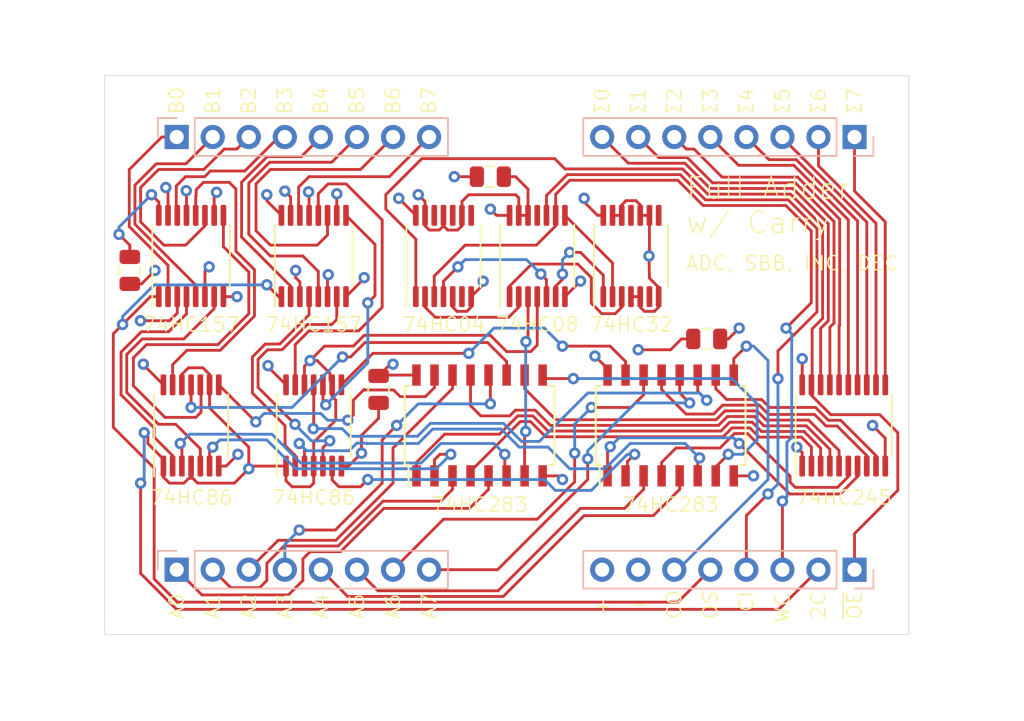
<source format=kicad_pcb>
(kicad_pcb (version 20171130) (host pcbnew "(5.1.10-1-10_14)")
  (layers (0 F.Cu signal) (1 In1.Cu signal) (2 In2.Cu signal) (31 B.Cu signal) (34 B.Paste user) (35 F.Paste user) (36 B.SilkS user) (37 F.SilkS user) (38 B.Mask user) (39 F.Mask user) (44 Edge.Cuts user))
  (net 0 "")
  (net 1 A7)
  (net 2 A6)
  (net 3 A5)
  (net 4 A4)
  (net 5 A3)
  (net 6 A2)
  (net 7 A1)
  (net 8 A0)
  (net 9 B7)
  (net 10 B6)
  (net 11 B5)
  (net 12 B4)
  (net 13 B3)
  (net 14 B2)
  (net 15 B1)
  (net 16 B0)
  (net 17 SUM0)
  (net 18 SUM1)
  (net 19 SUM2)
  (net 20 SUM3)
  (net 21 SUM4)
  (net 22 SUM5)
  (net 23 SUM6)
  (net 24 SUM7)
  (net 25 VCC)
  (net 26 GND)
  (net 27 ADDER_CARRY_OUT)
  (net 28 OP_MUX_SEL)
  (net 29 CARRY_FLAG_IN)
  (net 30 ADC_SBB)
  (net 31 TWOS_COMP)
  (net 32 ~ADDER_OUT)
  (net 33 "Net-(U1-Pad12)")
  (net 34 "Net-(U1-Pad9)")
  (net 35 "Net-(U1-Pad7)")
  (net 36 "Net-(U1-Pad4)")
  (net 37 "Net-(U2-Pad12)")
  (net 38 "Net-(U2-Pad9)")
  (net 39 "Net-(U2-Pad7)")
  (net 40 "Net-(U2-Pad4)")
  (net 41 OP3)
  (net 42 OP2)
  (net 43 OP1)
  (net 44 OP0)
  (net 45 OP7)
  (net 46 OP6)
  (net 47 OP5)
  (net 48 OP4)
  (net 49 "Net-(U5-Pad13)")
  (net 50 "Net-(U5-Pad10)")
  (net 51 "Net-(U5-Pad9)")
  (net 52 ADDER_CARRY_IN)
  (net 53 "Net-(U5-Pad4)")
  (net 54 "Net-(U5-Pad1)")
  (net 55 "Net-(U6-Pad13)")
  (net 56 "Net-(U6-Pad10)")
  (net 57 "Net-(U6-Pad4)")
  (net 58 "Net-(U6-Pad1)")
  (net 59 "Net-(U32-Pad12)")
  (net 60 "Net-(U32-Pad10)")
  (net 61 "Net-(U32-Pad8)")
  (net 62 "Net-(U32-Pad6)")
  (net 63 "Net-(U32-Pad4)")
  (net 64 "Net-(U32-Pad2)")
  (net 65 "Net-(U33-Pad11)")
  (net 66 "Net-(U33-Pad8)")
  (net 67 "Net-(U33-Pad6)")
  (net 68 "Net-(U33-Pad1)")
  (net 69 "Net-(U34-Pad11)")
  (net 70 "Net-(U34-Pad8)")
  (net 71 "Net-(U34-Pad6)")
  (module Package_SO:TSSOP-20_4.4x6.5mm_P0.65mm (layer F.Cu) (at 155.956 68.072 90)
    (fp_text reference U7 hide)
    (fp_text value 74LS245)
    (fp_text user 74HC245 (at -5.08 0 180) (layer F.SilkS) (effects (font (thickness 0.1))))
    (pad 20 smd roundrect (at 2.8625 -2.925 90) (size 1.475 0.4) (layers F.Cu F.Paste F.Mask) (net 25 VCC))
    (pad 19 smd roundrect (at 2.8625 -2.275 90) (size 1.475 0.4) (layers F.Cu F.Paste F.Mask) (net 32 ~ADDER_OUT))
    (pad 18 smd roundrect (at 2.8625 -1.625 90) (size 1.475 0.4) (layers F.Cu F.Paste F.Mask) (net 17 SUM0))
    (pad 17 smd roundrect (at 2.8625 -0.975 90) (size 1.475 0.4) (layers F.Cu F.Paste F.Mask) (net 18 SUM1))
    (pad 16 smd roundrect (at 2.8625 -0.325 90) (size 1.475 0.4) (layers F.Cu F.Paste F.Mask) (net 19 SUM2))
    (pad 15 smd roundrect (at 2.8625 0.325 90) (size 1.475 0.4) (layers F.Cu F.Paste F.Mask) (net 20 SUM3))
    (pad 14 smd roundrect (at 2.8625 0.975 90) (size 1.475 0.4) (layers F.Cu F.Paste F.Mask) (net 21 SUM4))
    (pad 13 smd roundrect (at 2.8625 1.625 90) (size 1.475 0.4) (layers F.Cu F.Paste F.Mask) (net 22 SUM5))
    (pad 12 smd roundrect (at 2.8625 2.275 90) (size 1.475 0.4) (layers F.Cu F.Paste F.Mask) (net 23 SUM6))
    (pad 11 smd roundrect (at 2.8625 2.925 90) (size 1.475 0.4) (layers F.Cu F.Paste F.Mask) (net 24 SUM7))
    (pad 10 smd roundrect (at -2.8625 2.925 90) (size 1.475 0.4) (layers F.Cu F.Paste F.Mask) (net 26 GND))
    (pad 9 smd roundrect (at -2.8625 2.275 90) (size 1.475 0.4) (layers F.Cu F.Paste F.Mask) (net 56 "Net-(U6-Pad10)"))
    (pad 8 smd roundrect (at -2.8625 1.625 90) (size 1.475 0.4) (layers F.Cu F.Paste F.Mask) (net 55 "Net-(U6-Pad13)"))
    (pad 7 smd roundrect (at -2.8625 0.975 90) (size 1.475 0.4) (layers F.Cu F.Paste F.Mask) (net 58 "Net-(U6-Pad1)"))
    (pad 6 smd roundrect (at -2.8625 0.325 90) (size 1.475 0.4) (layers F.Cu F.Paste F.Mask) (net 57 "Net-(U6-Pad4)"))
    (pad 5 smd roundrect (at -2.8625 -0.325 90) (size 1.475 0.4) (layers F.Cu F.Paste F.Mask) (net 50 "Net-(U5-Pad10)"))
    (pad 4 smd roundrect (at -2.8625 -0.975 90) (size 1.475 0.4) (layers F.Cu F.Paste F.Mask) (net 49 "Net-(U5-Pad13)"))
    (pad 3 smd roundrect (at -2.8625 -1.625 90) (size 1.475 0.4) (layers F.Cu F.Paste F.Mask) (net 54 "Net-(U5-Pad1)"))
    (pad 2 smd roundrect (at -2.8625 -2.275 90) (size 1.475 0.4) (layers F.Cu F.Paste F.Mask) (net 53 "Net-(U5-Pad4)"))
    (pad 1 smd roundrect (at -2.8625 -2.925 90) (size 1.475 0.4) (layers F.Cu F.Paste F.Mask) (net 25 VCC))
  )
  (module Capacitor_SMD:C_0805_2012Metric (layer F.Cu) (at 123.19 65.532 270)
    (fp_text reference C4 hide)
    (fp_text value C)
    (pad 2 smd roundrect (at 0.95 0 270) (size 1 1.45) (layers F.Cu F.Paste F.Mask) (net 26 GND))
    (pad 1 smd roundrect (at -0.95 0 270) (size 1 1.45) (layers F.Cu F.Paste F.Mask) (net 25 VCC))
  )
  (module Capacitor_SMD:C_0805_2012Metric (layer F.Cu) (at 105.664 57.15 270)
    (fp_text reference C3 hide)
    (fp_text value C)
    (pad 2 smd roundrect (at 0.95 0 270) (size 1 1.45) (layers F.Cu F.Paste F.Mask) (net 26 GND))
    (pad 1 smd roundrect (at -0.95 0 270) (size 1 1.45) (layers F.Cu F.Paste F.Mask) (net 25 VCC))
  )
  (module Capacitor_SMD:C_0805_2012Metric (layer F.Cu) (at 146.304 61.976)
    (fp_text reference C2 hide)
    (fp_text value C)
    (pad 2 smd roundrect (at 0.95 0) (size 1 1.45) (layers F.Cu F.Paste F.Mask) (net 26 GND))
    (pad 1 smd roundrect (at -0.95 0) (size 1 1.45) (layers F.Cu F.Paste F.Mask) (net 25 VCC))
  )
  (module Capacitor_SMD:C_0805_2012Metric (layer F.Cu) (at 131.064 50.546)
    (fp_text reference C1 hide)
    (fp_text value C)
    (pad 2 smd roundrect (at 0.95 0) (size 1 1.45) (layers F.Cu F.Paste F.Mask) (net 26 GND))
    (pad 1 smd roundrect (at -0.95 0) (size 1 1.45) (layers F.Cu F.Paste F.Mask) (net 25 VCC))
  )
  (module Connector_PinHeader_2.54mm:PinHeader_1x08_P2.54mm_Vertical (layer B.Cu) (at 156.718 78.232 90)
    (fp_text reference J4 hide)
    (fp_text value Conn_01x08)
    (pad 1 thru_hole rect (at 0 0 90) (size 1.7 1.7) (drill 1) (layers *.Cu *.Mask) (net 32 ~ADDER_OUT))
    (pad 2 thru_hole oval (at 0 -2.54 90) (size 1.7 1.7) (drill 1) (layers *.Cu *.Mask) (net 31 TWOS_COMP))
    (pad 3 thru_hole oval (at 0 -5.08 90) (size 1.7 1.7) (drill 1) (layers *.Cu *.Mask) (net 30 ADC_SBB))
    (pad 4 thru_hole oval (at 0 -7.62 90) (size 1.7 1.7) (drill 1) (layers *.Cu *.Mask) (net 29 CARRY_FLAG_IN))
    (pad 5 thru_hole oval (at 0 -10.16 90) (size 1.7 1.7) (drill 1) (layers *.Cu *.Mask) (net 28 OP_MUX_SEL))
    (pad 6 thru_hole oval (at 0 -12.7 90) (size 1.7 1.7) (drill 1) (layers *.Cu *.Mask) (net 27 ADDER_CARRY_OUT))
    (pad 7 thru_hole oval (at 0 -15.24 90) (size 1.7 1.7) (drill 1) (layers *.Cu *.Mask) (net 26 GND))
    (pad 8 thru_hole oval (at 0 -17.78 90) (size 1.7 1.7) (drill 1) (layers *.Cu *.Mask) (net 25 VCC))
  )
  (module Connector_PinHeader_2.54mm:PinHeader_1x08_P2.54mm_Vertical (layer B.Cu) (at 156.718 47.752 90)
    (fp_text reference J3 hide)
    (fp_text value Conn_01x08)
    (pad 8 thru_hole oval (at 0 -17.78 90) (size 1.7 1.7) (drill 1) (layers *.Cu *.Mask) (net 17 SUM0))
    (pad 7 thru_hole oval (at 0 -15.24 90) (size 1.7 1.7) (drill 1) (layers *.Cu *.Mask) (net 18 SUM1))
    (pad 6 thru_hole oval (at 0 -12.7 90) (size 1.7 1.7) (drill 1) (layers *.Cu *.Mask) (net 19 SUM2))
    (pad 5 thru_hole oval (at 0 -10.16 90) (size 1.7 1.7) (drill 1) (layers *.Cu *.Mask) (net 20 SUM3))
    (pad 4 thru_hole oval (at 0 -7.62 90) (size 1.7 1.7) (drill 1) (layers *.Cu *.Mask) (net 21 SUM4))
    (pad 3 thru_hole oval (at 0 -5.08 90) (size 1.7 1.7) (drill 1) (layers *.Cu *.Mask) (net 22 SUM5))
    (pad 2 thru_hole oval (at 0 -2.54 90) (size 1.7 1.7) (drill 1) (layers *.Cu *.Mask) (net 23 SUM6))
    (pad 1 thru_hole rect (at 0 0 90) (size 1.7 1.7) (drill 1) (layers *.Cu *.Mask) (net 24 SUM7))
  )
  (module Connector_PinHeader_2.54mm:PinHeader_1x08_P2.54mm_Vertical (layer B.Cu) (at 108.966 47.752 270)
    (fp_text reference J2 hide)
    (fp_text value Conn_01x08)
    (pad 8 thru_hole oval (at 0 -17.78 270) (size 1.7 1.7) (drill 1) (layers *.Cu *.Mask) (net 9 B7))
    (pad 7 thru_hole oval (at 0 -15.24 270) (size 1.7 1.7) (drill 1) (layers *.Cu *.Mask) (net 10 B6))
    (pad 6 thru_hole oval (at 0 -12.7 270) (size 1.7 1.7) (drill 1) (layers *.Cu *.Mask) (net 11 B5))
    (pad 5 thru_hole oval (at 0 -10.16 270) (size 1.7 1.7) (drill 1) (layers *.Cu *.Mask) (net 12 B4))
    (pad 4 thru_hole oval (at 0 -7.62 270) (size 1.7 1.7) (drill 1) (layers *.Cu *.Mask) (net 13 B3))
    (pad 3 thru_hole oval (at 0 -5.08 270) (size 1.7 1.7) (drill 1) (layers *.Cu *.Mask) (net 14 B2))
    (pad 2 thru_hole oval (at 0 -2.54 270) (size 1.7 1.7) (drill 1) (layers *.Cu *.Mask) (net 15 B1))
    (pad 1 thru_hole rect (at 0 0 270) (size 1.7 1.7) (drill 1) (layers *.Cu *.Mask) (net 16 B0))
  )
  (module Connector_PinHeader_2.54mm:PinHeader_1x08_P2.54mm_Vertical (layer B.Cu) (at 108.966 78.232 270)
    (fp_text reference J1 hide)
    (fp_text value Conn_01x08)
    (pad 8 thru_hole oval (at 0 -17.78 270) (size 1.7 1.7) (drill 1) (layers *.Cu *.Mask) (net 1 A7))
    (pad 7 thru_hole oval (at 0 -15.24 270) (size 1.7 1.7) (drill 1) (layers *.Cu *.Mask) (net 2 A6))
    (pad 6 thru_hole oval (at 0 -12.7 270) (size 1.7 1.7) (drill 1) (layers *.Cu *.Mask) (net 3 A5))
    (pad 5 thru_hole oval (at 0 -10.16 270) (size 1.7 1.7) (drill 1) (layers *.Cu *.Mask) (net 4 A4))
    (pad 4 thru_hole oval (at 0 -7.62 270) (size 1.7 1.7) (drill 1) (layers *.Cu *.Mask) (net 5 A3))
    (pad 3 thru_hole oval (at 0 -5.08 270) (size 1.7 1.7) (drill 1) (layers *.Cu *.Mask) (net 6 A2))
    (pad 2 thru_hole oval (at 0 -2.54 270) (size 1.7 1.7) (drill 1) (layers *.Cu *.Mask) (net 7 A1))
    (pad 1 thru_hole rect (at 0 0 270) (size 1.7 1.7) (drill 1) (layers *.Cu *.Mask) (net 8 A0))
  )
  (module Package_SO:TSSOP-14_4.4x5mm_P0.65mm (layer F.Cu) (at 140.97 56.134 90)
    (fp_text reference U34 hide)
    (fp_text value 74LS32)
    (fp_text user 74HC32 (at -4.826 0 180) (layer F.SilkS) (effects (font (thickness 0.1))))
    (pad 14 smd roundrect (at 2.8625 -1.95 90) (size 1.475 0.4) (layers F.Cu F.Paste F.Mask) (net 25 VCC))
    (pad 13 smd roundrect (at 2.8625 -1.3 90) (size 1.475 0.4) (layers F.Cu F.Paste F.Mask) (net 26 GND))
    (pad 12 smd roundrect (at 2.8625 -0.65 90) (size 1.475 0.4) (layers F.Cu F.Paste F.Mask) (net 26 GND))
    (pad 11 smd roundrect (at 2.8625 0 90) (size 1.475 0.4) (layers F.Cu F.Paste F.Mask) (net 69 "Net-(U34-Pad11)"))
    (pad 10 smd roundrect (at 2.8625 0.65 90) (size 1.475 0.4) (layers F.Cu F.Paste F.Mask) (net 26 GND))
    (pad 9 smd roundrect (at 2.8625 1.3 90) (size 1.475 0.4) (layers F.Cu F.Paste F.Mask) (net 26 GND))
    (pad 8 smd roundrect (at 2.8625 1.95 90) (size 1.475 0.4) (layers F.Cu F.Paste F.Mask) (net 70 "Net-(U34-Pad8)"))
    (pad 7 smd roundrect (at -2.8625 1.95 90) (size 1.475 0.4) (layers F.Cu F.Paste F.Mask) (net 26 GND))
    (pad 6 smd roundrect (at -2.8625 1.3 90) (size 1.475 0.4) (layers F.Cu F.Paste F.Mask) (net 71 "Net-(U34-Pad6)"))
    (pad 5 smd roundrect (at -2.8625 0.65 90) (size 1.475 0.4) (layers F.Cu F.Paste F.Mask) (net 26 GND))
    (pad 4 smd roundrect (at -2.8625 0 90) (size 1.475 0.4) (layers F.Cu F.Paste F.Mask) (net 26 GND))
    (pad 3 smd roundrect (at -2.8625 -0.65 90) (size 1.475 0.4) (layers F.Cu F.Paste F.Mask) (net 68 "Net-(U33-Pad1)"))
    (pad 2 smd roundrect (at -2.8625 -1.3 90) (size 1.475 0.4) (layers F.Cu F.Paste F.Mask) (net 66 "Net-(U33-Pad8)"))
    (pad 1 smd roundrect (at -2.8625 -1.95 90) (size 1.475 0.4) (layers F.Cu F.Paste F.Mask) (net 67 "Net-(U33-Pad6)"))
  )
  (module Package_SO:TSSOP-14_4.4x5mm_P0.65mm (layer F.Cu) (at 134.366 56.134 90)
    (fp_text reference U33 hide)
    (fp_text value 74LS08)
    (fp_text user 74HC08 (at -4.826 0 180) (layer F.SilkS) (effects (font (thickness 0.1))))
    (pad 14 smd roundrect (at 2.8625 -1.95 90) (size 1.475 0.4) (layers F.Cu F.Paste F.Mask) (net 25 VCC))
    (pad 13 smd roundrect (at 2.8625 -1.3 90) (size 1.475 0.4) (layers F.Cu F.Paste F.Mask) (net 26 GND))
    (pad 12 smd roundrect (at 2.8625 -0.65 90) (size 1.475 0.4) (layers F.Cu F.Paste F.Mask) (net 26 GND))
    (pad 11 smd roundrect (at 2.8625 0 90) (size 1.475 0.4) (layers F.Cu F.Paste F.Mask) (net 65 "Net-(U33-Pad11)"))
    (pad 10 smd roundrect (at 2.8625 0.65 90) (size 1.475 0.4) (layers F.Cu F.Paste F.Mask) (net 29 CARRY_FLAG_IN))
    (pad 9 smd roundrect (at 2.8625 1.3 90) (size 1.475 0.4) (layers F.Cu F.Paste F.Mask) (net 30 ADC_SBB))
    (pad 8 smd roundrect (at 2.8625 1.95 90) (size 1.475 0.4) (layers F.Cu F.Paste F.Mask) (net 66 "Net-(U33-Pad8)"))
    (pad 7 smd roundrect (at -2.8625 1.95 90) (size 1.475 0.4) (layers F.Cu F.Paste F.Mask) (net 26 GND))
    (pad 6 smd roundrect (at -2.8625 1.3 90) (size 1.475 0.4) (layers F.Cu F.Paste F.Mask) (net 67 "Net-(U33-Pad6)"))
    (pad 5 smd roundrect (at -2.8625 0.65 90) (size 1.475 0.4) (layers F.Cu F.Paste F.Mask) (net 63 "Net-(U32-Pad4)"))
    (pad 4 smd roundrect (at -2.8625 0 90) (size 1.475 0.4) (layers F.Cu F.Paste F.Mask) (net 31 TWOS_COMP))
    (pad 3 smd roundrect (at -2.8625 -0.65 90) (size 1.475 0.4) (layers F.Cu F.Paste F.Mask) (net 52 ADDER_CARRY_IN))
    (pad 2 smd roundrect (at -2.8625 -1.3 90) (size 1.475 0.4) (layers F.Cu F.Paste F.Mask) (net 64 "Net-(U32-Pad2)"))
    (pad 1 smd roundrect (at -2.8625 -1.95 90) (size 1.475 0.4) (layers F.Cu F.Paste F.Mask) (net 68 "Net-(U33-Pad1)"))
  )
  (module Package_SO:TSSOP-14_4.4x5mm_P0.65mm (layer F.Cu) (at 127.762 56.134 90)
    (fp_text reference U32 hide)
    (fp_text value 74LS04)
    (fp_text user 74HC04 (at -4.826 0 180) (layer F.SilkS) (effects (font (thickness 0.1))))
    (pad 14 smd roundrect (at 2.8625 -1.95 90) (size 1.475 0.4) (layers F.Cu F.Paste F.Mask) (net 25 VCC))
    (pad 13 smd roundrect (at 2.8625 -1.3 90) (size 1.475 0.4) (layers F.Cu F.Paste F.Mask) (net 26 GND))
    (pad 12 smd roundrect (at 2.8625 -0.65 90) (size 1.475 0.4) (layers F.Cu F.Paste F.Mask) (net 59 "Net-(U32-Pad12)"))
    (pad 11 smd roundrect (at 2.8625 0 90) (size 1.475 0.4) (layers F.Cu F.Paste F.Mask) (net 26 GND))
    (pad 10 smd roundrect (at 2.8625 0.65 90) (size 1.475 0.4) (layers F.Cu F.Paste F.Mask) (net 60 "Net-(U32-Pad10)"))
    (pad 9 smd roundrect (at 2.8625 1.3 90) (size 1.475 0.4) (layers F.Cu F.Paste F.Mask) (net 26 GND))
    (pad 8 smd roundrect (at 2.8625 1.95 90) (size 1.475 0.4) (layers F.Cu F.Paste F.Mask) (net 61 "Net-(U32-Pad8)"))
    (pad 7 smd roundrect (at -2.8625 1.95 90) (size 1.475 0.4) (layers F.Cu F.Paste F.Mask) (net 26 GND))
    (pad 6 smd roundrect (at -2.8625 1.3 90) (size 1.475 0.4) (layers F.Cu F.Paste F.Mask) (net 62 "Net-(U32-Pad6)"))
    (pad 5 smd roundrect (at -2.8625 0.65 90) (size 1.475 0.4) (layers F.Cu F.Paste F.Mask) (net 26 GND))
    (pad 4 smd roundrect (at -2.8625 0 90) (size 1.475 0.4) (layers F.Cu F.Paste F.Mask) (net 63 "Net-(U32-Pad4)"))
    (pad 3 smd roundrect (at -2.8625 -0.65 90) (size 1.475 0.4) (layers F.Cu F.Paste F.Mask) (net 30 ADC_SBB))
    (pad 2 smd roundrect (at -2.8625 -1.3 90) (size 1.475 0.4) (layers F.Cu F.Paste F.Mask) (net 64 "Net-(U32-Pad2)"))
    (pad 1 smd roundrect (at -2.8625 -1.95 90) (size 1.475 0.4) (layers F.Cu F.Paste F.Mask) (net 32 ~ADDER_OUT))
  )
  (module Package_SO:SOIC-16W_5.3x10.2mm_P1.27mm (layer F.Cu) (at 143.764 68.072 90)
    (fp_text reference U6 hide)
    (fp_text value 74LS283)
    (fp_text user 74HC283 (at -5.588 0 180) (layer F.SilkS) (effects (font (thickness 0.1))))
    (pad 16 smd rect (at 3.55 -4.445 90) (size 1.5 0.6) (layers F.Cu F.Paste F.Mask) (net 25 VCC))
    (pad 15 smd rect (at 3.55 -3.175 90) (size 1.5 0.6) (layers F.Cu F.Paste F.Mask) (net 46 OP6))
    (pad 14 smd rect (at 3.55 -1.905 90) (size 1.5 0.6) (layers F.Cu F.Paste F.Mask) (net 2 A6))
    (pad 13 smd rect (at 3.55 -0.635 90) (size 1.5 0.6) (layers F.Cu F.Paste F.Mask) (net 55 "Net-(U6-Pad13)"))
    (pad 12 smd rect (at 3.55 0.635 90) (size 1.5 0.6) (layers F.Cu F.Paste F.Mask) (net 1 A7))
    (pad 11 smd rect (at 3.55 1.905 90) (size 1.5 0.6) (layers F.Cu F.Paste F.Mask) (net 45 OP7))
    (pad 10 smd rect (at 3.55 3.175 90) (size 1.5 0.6) (layers F.Cu F.Paste F.Mask) (net 56 "Net-(U6-Pad10)"))
    (pad 9 smd rect (at 3.55 4.445 90) (size 1.5 0.6) (layers F.Cu F.Paste F.Mask) (net 27 ADDER_CARRY_OUT))
    (pad 8 smd rect (at -3.55 4.445 90) (size 1.5 0.6) (layers F.Cu F.Paste F.Mask) (net 26 GND))
    (pad 7 smd rect (at -3.55 3.175 90) (size 1.5 0.6) (layers F.Cu F.Paste F.Mask) (net 51 "Net-(U5-Pad9)"))
    (pad 6 smd rect (at -3.55 1.905 90) (size 1.5 0.6) (layers F.Cu F.Paste F.Mask) (net 48 OP4))
    (pad 5 smd rect (at -3.55 0.635 90) (size 1.5 0.6) (layers F.Cu F.Paste F.Mask) (net 4 A4))
    (pad 4 smd rect (at -3.55 -0.635 90) (size 1.5 0.6) (layers F.Cu F.Paste F.Mask) (net 57 "Net-(U6-Pad4)"))
    (pad 3 smd rect (at -3.55 -1.905 90) (size 1.5 0.6) (layers F.Cu F.Paste F.Mask) (net 3 A5))
    (pad 2 smd rect (at -3.55 -3.175 90) (size 1.5 0.6) (layers F.Cu F.Paste F.Mask) (net 47 OP5))
    (pad 1 smd rect (at -3.55 -4.445 90) (size 1.5 0.6) (layers F.Cu F.Paste F.Mask) (net 58 "Net-(U6-Pad1)"))
  )
  (module Package_SO:SOIC-16W_5.3x10.2mm_P1.27mm (layer F.Cu) (at 130.302 68.072 90)
    (fp_text reference U5 hide)
    (fp_text value 74LS283)
    (fp_text user 74HC283 (at -5.588 0 180) (layer F.SilkS) (effects (font (thickness 0.1))))
    (pad 16 smd rect (at 3.55 -4.445 90) (size 1.5 0.6) (layers F.Cu F.Paste F.Mask) (net 25 VCC))
    (pad 15 smd rect (at 3.55 -3.175 90) (size 1.5 0.6) (layers F.Cu F.Paste F.Mask) (net 42 OP2))
    (pad 14 smd rect (at 3.55 -1.905 90) (size 1.5 0.6) (layers F.Cu F.Paste F.Mask) (net 6 A2))
    (pad 13 smd rect (at 3.55 -0.635 90) (size 1.5 0.6) (layers F.Cu F.Paste F.Mask) (net 49 "Net-(U5-Pad13)"))
    (pad 12 smd rect (at 3.55 0.635 90) (size 1.5 0.6) (layers F.Cu F.Paste F.Mask) (net 5 A3))
    (pad 11 smd rect (at 3.55 1.905 90) (size 1.5 0.6) (layers F.Cu F.Paste F.Mask) (net 41 OP3))
    (pad 10 smd rect (at 3.55 3.175 90) (size 1.5 0.6) (layers F.Cu F.Paste F.Mask) (net 50 "Net-(U5-Pad10)"))
    (pad 9 smd rect (at 3.55 4.445 90) (size 1.5 0.6) (layers F.Cu F.Paste F.Mask) (net 51 "Net-(U5-Pad9)"))
    (pad 8 smd rect (at -3.55 4.445 90) (size 1.5 0.6) (layers F.Cu F.Paste F.Mask) (net 26 GND))
    (pad 7 smd rect (at -3.55 3.175 90) (size 1.5 0.6) (layers F.Cu F.Paste F.Mask) (net 52 ADDER_CARRY_IN))
    (pad 6 smd rect (at -3.55 1.905 90) (size 1.5 0.6) (layers F.Cu F.Paste F.Mask) (net 44 OP0))
    (pad 5 smd rect (at -3.55 0.635 90) (size 1.5 0.6) (layers F.Cu F.Paste F.Mask) (net 8 A0))
    (pad 4 smd rect (at -3.55 -0.635 90) (size 1.5 0.6) (layers F.Cu F.Paste F.Mask) (net 53 "Net-(U5-Pad4)"))
    (pad 3 smd rect (at -3.55 -1.905 90) (size 1.5 0.6) (layers F.Cu F.Paste F.Mask) (net 7 A1))
    (pad 2 smd rect (at -3.55 -3.175 90) (size 1.5 0.6) (layers F.Cu F.Paste F.Mask) (net 43 OP1))
    (pad 1 smd rect (at -3.55 -4.445 90) (size 1.5 0.6) (layers F.Cu F.Paste F.Mask) (net 54 "Net-(U5-Pad1)"))
  )
  (module Package_SO:TSSOP-14_4.4x5mm_P0.65mm (layer F.Cu) (at 118.618 68.072 90)
    (fp_text reference U4 hide)
    (fp_text value 74LS86)
    (fp_text user 74HC86 (at -5.08 0 180) (layer F.SilkS) (effects (font (thickness 0.1))))
    (pad 14 smd roundrect (at 2.8625 -1.95 90) (size 1.475 0.4) (layers F.Cu F.Paste F.Mask) (net 25 VCC))
    (pad 13 smd roundrect (at 2.8625 -1.3 90) (size 1.475 0.4) (layers F.Cu F.Paste F.Mask) (net 37 "Net-(U2-Pad12)"))
    (pad 12 smd roundrect (at 2.8625 -0.65 90) (size 1.475 0.4) (layers F.Cu F.Paste F.Mask) (net 31 TWOS_COMP))
    (pad 11 smd roundrect (at 2.8625 0 90) (size 1.475 0.4) (layers F.Cu F.Paste F.Mask) (net 45 OP7))
    (pad 10 smd roundrect (at 2.8625 0.65 90) (size 1.475 0.4) (layers F.Cu F.Paste F.Mask) (net 38 "Net-(U2-Pad9)"))
    (pad 9 smd roundrect (at 2.8625 1.3 90) (size 1.475 0.4) (layers F.Cu F.Paste F.Mask) (net 31 TWOS_COMP))
    (pad 8 smd roundrect (at 2.8625 1.95 90) (size 1.475 0.4) (layers F.Cu F.Paste F.Mask) (net 46 OP6))
    (pad 7 smd roundrect (at -2.8625 1.95 90) (size 1.475 0.4) (layers F.Cu F.Paste F.Mask) (net 26 GND))
    (pad 6 smd roundrect (at -2.8625 1.3 90) (size 1.475 0.4) (layers F.Cu F.Paste F.Mask) (net 47 OP5))
    (pad 5 smd roundrect (at -2.8625 0.65 90) (size 1.475 0.4) (layers F.Cu F.Paste F.Mask) (net 39 "Net-(U2-Pad7)"))
    (pad 4 smd roundrect (at -2.8625 0 90) (size 1.475 0.4) (layers F.Cu F.Paste F.Mask) (net 31 TWOS_COMP))
    (pad 3 smd roundrect (at -2.8625 -0.65 90) (size 1.475 0.4) (layers F.Cu F.Paste F.Mask) (net 48 OP4))
    (pad 2 smd roundrect (at -2.8625 -1.3 90) (size 1.475 0.4) (layers F.Cu F.Paste F.Mask) (net 40 "Net-(U2-Pad4)"))
    (pad 1 smd roundrect (at -2.8625 -1.95 90) (size 1.475 0.4) (layers F.Cu F.Paste F.Mask) (net 31 TWOS_COMP))
  )
  (module Package_SO:TSSOP-14_4.4x5mm_P0.65mm (layer F.Cu) (at 109.982 68.072 90)
    (fp_text reference U3 hide)
    (fp_text value 74LS86)
    (fp_text user 74HC86 (at -5.08 0 180) (layer F.SilkS) (effects (font (thickness 0.1))))
    (pad 14 smd roundrect (at 2.8625 -1.95 90) (size 1.475 0.4) (layers F.Cu F.Paste F.Mask) (net 25 VCC))
    (pad 13 smd roundrect (at 2.8625 -1.3 90) (size 1.475 0.4) (layers F.Cu F.Paste F.Mask) (net 33 "Net-(U1-Pad12)"))
    (pad 12 smd roundrect (at 2.8625 -0.65 90) (size 1.475 0.4) (layers F.Cu F.Paste F.Mask) (net 31 TWOS_COMP))
    (pad 11 smd roundrect (at 2.8625 0 90) (size 1.475 0.4) (layers F.Cu F.Paste F.Mask) (net 41 OP3))
    (pad 10 smd roundrect (at 2.8625 0.65 90) (size 1.475 0.4) (layers F.Cu F.Paste F.Mask) (net 34 "Net-(U1-Pad9)"))
    (pad 9 smd roundrect (at 2.8625 1.3 90) (size 1.475 0.4) (layers F.Cu F.Paste F.Mask) (net 31 TWOS_COMP))
    (pad 8 smd roundrect (at 2.8625 1.95 90) (size 1.475 0.4) (layers F.Cu F.Paste F.Mask) (net 42 OP2))
    (pad 7 smd roundrect (at -2.8625 1.95 90) (size 1.475 0.4) (layers F.Cu F.Paste F.Mask) (net 26 GND))
    (pad 6 smd roundrect (at -2.8625 1.3 90) (size 1.475 0.4) (layers F.Cu F.Paste F.Mask) (net 43 OP1))
    (pad 5 smd roundrect (at -2.8625 0.65 90) (size 1.475 0.4) (layers F.Cu F.Paste F.Mask) (net 35 "Net-(U1-Pad7)"))
    (pad 4 smd roundrect (at -2.8625 0 90) (size 1.475 0.4) (layers F.Cu F.Paste F.Mask) (net 31 TWOS_COMP))
    (pad 3 smd roundrect (at -2.8625 -0.65 90) (size 1.475 0.4) (layers F.Cu F.Paste F.Mask) (net 44 OP0))
    (pad 2 smd roundrect (at -2.8625 -1.3 90) (size 1.475 0.4) (layers F.Cu F.Paste F.Mask) (net 36 "Net-(U1-Pad4)"))
    (pad 1 smd roundrect (at -2.8625 -1.95 90) (size 1.475 0.4) (layers F.Cu F.Paste F.Mask) (net 31 TWOS_COMP))
  )
  (module Package_SO:TSSOP-16_4.4x5mm_P0.65mm (layer F.Cu) (at 118.618 56.134 90)
    (fp_text reference U2 hide)
    (fp_text value 74LS157)
    (fp_text user 74HC157 (at -4.826 0 180) (layer F.SilkS) (effects (font (thickness 0.1))))
    (pad 16 smd roundrect (at 2.8625 -2.275 90) (size 1.475 0.4) (layers F.Cu F.Paste F.Mask) (net 25 VCC))
    (pad 15 smd roundrect (at 2.8625 -1.625 90) (size 1.475 0.4) (layers F.Cu F.Paste F.Mask) (net 26 GND))
    (pad 14 smd roundrect (at 2.8625 -0.975 90) (size 1.475 0.4) (layers F.Cu F.Paste F.Mask) (net 9 B7))
    (pad 13 smd roundrect (at 2.8625 -0.325 90) (size 1.475 0.4) (layers F.Cu F.Paste F.Mask) (net 25 VCC))
    (pad 12 smd roundrect (at 2.8625 0.325 90) (size 1.475 0.4) (layers F.Cu F.Paste F.Mask) (net 37 "Net-(U2-Pad12)"))
    (pad 11 smd roundrect (at 2.8625 0.975 90) (size 1.475 0.4) (layers F.Cu F.Paste F.Mask) (net 10 B6))
    (pad 10 smd roundrect (at 2.8625 1.625 90) (size 1.475 0.4) (layers F.Cu F.Paste F.Mask) (net 25 VCC))
    (pad 9 smd roundrect (at 2.8625 2.275 90) (size 1.475 0.4) (layers F.Cu F.Paste F.Mask) (net 38 "Net-(U2-Pad9)"))
    (pad 8 smd roundrect (at -2.8625 2.275 90) (size 1.475 0.4) (layers F.Cu F.Paste F.Mask) (net 26 GND))
    (pad 7 smd roundrect (at -2.8625 1.625 90) (size 1.475 0.4) (layers F.Cu F.Paste F.Mask) (net 39 "Net-(U2-Pad7)"))
    (pad 6 smd roundrect (at -2.8625 0.975 90) (size 1.475 0.4) (layers F.Cu F.Paste F.Mask) (net 25 VCC))
    (pad 5 smd roundrect (at -2.8625 0.325 90) (size 1.475 0.4) (layers F.Cu F.Paste F.Mask) (net 11 B5))
    (pad 4 smd roundrect (at -2.8625 -0.325 90) (size 1.475 0.4) (layers F.Cu F.Paste F.Mask) (net 40 "Net-(U2-Pad4)"))
    (pad 3 smd roundrect (at -2.8625 -0.975 90) (size 1.475 0.4) (layers F.Cu F.Paste F.Mask) (net 25 VCC))
    (pad 2 smd roundrect (at -2.8625 -1.625 90) (size 1.475 0.4) (layers F.Cu F.Paste F.Mask) (net 12 B4))
    (pad 1 smd roundrect (at -2.8625 -2.275 90) (size 1.475 0.4) (layers F.Cu F.Paste F.Mask) (net 28 OP_MUX_SEL))
  )
  (module Package_SO:TSSOP-16_4.4x5mm_P0.65mm (layer F.Cu) (at 109.982 56.134 90)
    (fp_text reference U1 hide)
    (fp_text value 74LS157)
    (fp_text user 74HC157 (at -4.826 0 180) (layer F.SilkS) (effects (font (thickness 0.1))))
    (pad 16 smd roundrect (at 2.8625 -2.275 90) (size 1.475 0.4) (layers F.Cu F.Paste F.Mask) (net 25 VCC))
    (pad 15 smd roundrect (at 2.8625 -1.625 90) (size 1.475 0.4) (layers F.Cu F.Paste F.Mask) (net 26 GND))
    (pad 14 smd roundrect (at 2.8625 -0.975 90) (size 1.475 0.4) (layers F.Cu F.Paste F.Mask) (net 13 B3))
    (pad 13 smd roundrect (at 2.8625 -0.325 90) (size 1.475 0.4) (layers F.Cu F.Paste F.Mask) (net 25 VCC))
    (pad 12 smd roundrect (at 2.8625 0.325 90) (size 1.475 0.4) (layers F.Cu F.Paste F.Mask) (net 33 "Net-(U1-Pad12)"))
    (pad 11 smd roundrect (at 2.8625 0.975 90) (size 1.475 0.4) (layers F.Cu F.Paste F.Mask) (net 14 B2))
    (pad 10 smd roundrect (at 2.8625 1.625 90) (size 1.475 0.4) (layers F.Cu F.Paste F.Mask) (net 25 VCC))
    (pad 9 smd roundrect (at 2.8625 2.275 90) (size 1.475 0.4) (layers F.Cu F.Paste F.Mask) (net 34 "Net-(U1-Pad9)"))
    (pad 8 smd roundrect (at -2.8625 2.275 90) (size 1.475 0.4) (layers F.Cu F.Paste F.Mask) (net 26 GND))
    (pad 7 smd roundrect (at -2.8625 1.625 90) (size 1.475 0.4) (layers F.Cu F.Paste F.Mask) (net 35 "Net-(U1-Pad7)"))
    (pad 6 smd roundrect (at -2.8625 0.975 90) (size 1.475 0.4) (layers F.Cu F.Paste F.Mask) (net 25 VCC))
    (pad 5 smd roundrect (at -2.8625 0.325 90) (size 1.475 0.4) (layers F.Cu F.Paste F.Mask) (net 15 B1))
    (pad 4 smd roundrect (at -2.8625 -0.325 90) (size 1.475 0.4) (layers F.Cu F.Paste F.Mask) (net 36 "Net-(U1-Pad4)"))
    (pad 3 smd roundrect (at -2.8625 -0.975 90) (size 1.475 0.4) (layers F.Cu F.Paste F.Mask) (net 25 VCC))
    (pad 2 smd roundrect (at -2.8625 -1.625 90) (size 1.475 0.4) (layers F.Cu F.Paste F.Mask) (net 16 B0))
    (pad 1 smd roundrect (at -2.8625 -2.275 90) (size 1.475 0.4) (layers F.Cu F.Paste F.Mask) (net 28 OP_MUX_SEL))
  )
  (gr_text "ADC, SBB, INC, DEC" (at 144.78 56.642) (layer F.SilkS) (effects (font (size 1 1) (thickness 0.1)) (justify left)))
  (gr_text "Full Adder\nw/ Carry" (at 144.78 52.578) (layer F.SilkS) (effects (font (size 1.5 1.5) (thickness 0.1)) (justify left)))
  (gr_line (start 103.886 82.804) (end 103.886 82.296) (layer Edge.Cuts) (width 0.05))
  (gr_line (start 160.528 82.296) (end 160.528 82.804) (layer Edge.Cuts) (width 0.05))
  (gr_line (start 103.886 81.534) (end 103.886 82.296) (layer Edge.Cuts) (width 0.05))
  (gr_line (start 160.528 82.296) (end 160.528 81.534) (layer Edge.Cuts) (width 0.05))
  (gr_text + (at 138.938 81.534 90) (layer F.SilkS) (effects (font (size 1 1) (thickness 0.1)) (justify left)))
  (gr_text ~OE (at 156.718 81.788 90) (layer F.SilkS) (effects (font (size 1 1) (thickness 0.1)) (justify left)))
  (gr_text 2C (at 154.178 81.788 90) (layer F.SilkS) (effects (font (size 1 1) (thickness 0.1)) (justify left)))
  (gr_text CI (at 149.098 81.28 90) (layer F.SilkS) (effects (font (size 1 1) (thickness 0.1)) (justify left)))
  (gr_text - (at 142.24 80.772 180) (layer F.SilkS) (effects (font (size 1 1) (thickness 0.1)) (justify left)))
  (gr_text WC (at 151.638 82.042 90) (layer F.SilkS) (effects (font (size 1 1) (thickness 0.1)) (justify left)))
  (gr_text CO (at 144.018 81.788 90) (layer F.SilkS) (effects (font (size 1 1) (thickness 0.1)) (justify left)))
  (gr_text OS (at 146.558 81.788 90) (layer F.SilkS) (effects (font (size 1 1) (thickness 0.1)) (justify left)))
  (gr_text A4 (at 119.126 81.788 90) (layer F.SilkS) (effects (font (size 1 1) (thickness 0.1)) (justify left)))
  (gr_text A5 (at 121.666 81.788 90) (layer F.SilkS) (effects (font (size 1 1) (thickness 0.1)) (justify left)))
  (gr_text A6 (at 124.206 81.788 90) (layer F.SilkS) (effects (font (size 1 1) (thickness 0.1)) (justify left)))
  (gr_text A7 (at 126.746 81.788 90) (layer F.SilkS) (effects (font (size 1 1) (thickness 0.1)) (justify left)))
  (gr_text A2 (at 114.046 81.788 90) (layer F.SilkS) (effects (font (size 1 1) (thickness 0.1)) (justify left)))
  (gr_text A3 (at 116.586 81.788 90) (layer F.SilkS) (effects (font (size 1 1) (thickness 0.1)) (justify left)))
  (gr_text A1 (at 111.506 81.788 90) (layer F.SilkS) (effects (font (size 1 1) (thickness 0.1)) (justify left)))
  (gr_text A0 (at 108.966 81.788 90) (layer F.SilkS) (effects (font (size 1 1) (thickness 0.1)) (justify left)))
  (gr_text B0 (at 108.966 46.228 90) (layer F.SilkS) (effects (font (size 1 1) (thickness 0.1)) (justify left)))
  (gr_text Σ0 (at 138.938 46.228 90) (layer F.SilkS) (effects (font (size 1 1) (thickness 0.1)) (justify left)))
  (gr_text Σ6 (at 154.178 46.228 90) (layer F.SilkS) (effects (font (size 1 1) (thickness 0.1)) (justify left)))
  (gr_text Σ3 (at 146.558 46.228 90) (layer F.SilkS) (effects (font (size 1 1) (thickness 0.1)) (justify left)))
  (gr_text Σ5 (at 151.638 46.228 90) (layer F.SilkS) (effects (font (size 1 1) (thickness 0.1)) (justify left)))
  (gr_text Σ1 (at 141.478 46.228 90) (layer F.SilkS) (effects (font (size 1 1) (thickness 0.1)) (justify left)))
  (gr_text Σ7 (at 156.718 46.228 90) (layer F.SilkS) (effects (font (size 1 1) (thickness 0.1)) (justify left)))
  (gr_text Σ2 (at 144.018 46.228 90) (layer F.SilkS) (effects (font (size 1 1) (thickness 0.1)) (justify left)))
  (gr_text Σ4 (at 149.098 46.228 90) (layer F.SilkS) (effects (font (size 1 1) (thickness 0.1)) (justify left)))
  (gr_text B7 (at 126.746 46.228 90) (layer F.SilkS) (effects (font (size 1 1) (thickness 0.1)) (justify left)))
  (gr_text B6 (at 124.206 46.228 90) (layer F.SilkS) (effects (font (size 1 1) (thickness 0.1)) (justify left)))
  (gr_text B5 (at 121.666 46.228 90) (layer F.SilkS) (effects (font (size 1 1) (thickness 0.1)) (justify left)))
  (gr_text B4 (at 119.126 46.228 90) (layer F.SilkS) (effects (font (size 1 1) (thickness 0.1)) (justify left)))
  (gr_text B3 (at 116.586 46.228 90) (layer F.SilkS) (effects (font (size 1 1) (thickness 0.1)) (justify left)))
  (gr_text B2 (at 114.046 46.228 90) (layer F.SilkS) (effects (font (size 1 1) (thickness 0.1)) (justify left)))
  (gr_text B1 (at 111.506 46.228 90) (layer F.SilkS) (effects (font (size 1 1) (thickness 0.1)) (justify left)))
  (gr_text B0 (at 108.966 46.228 90) (layer F.SilkS) (effects (font (size 1 1) (thickness 0.1)) (justify left)))
  (gr_line (start 160.528 43.434) (end 160.528 46.228) (layer Edge.Cuts) (width 0.05))
  (gr_line (start 103.886 43.434) (end 160.528 43.434) (layer Edge.Cuts) (width 0.05))
  (gr_line (start 103.886 81.534) (end 103.886 43.434) (layer Edge.Cuts) (width 0.05))
  (gr_line (start 160.528 82.804) (end 103.886 82.804) (layer Edge.Cuts) (width 0.05))
  (gr_line (start 160.528 80.264) (end 160.528 81.534) (layer Edge.Cuts) (width 0.05))
  (gr_line (start 160.528 46.228) (end 160.528 80.264) (layer Edge.Cuts) (width 0.05))
  (via (at 145.099732 66.48601) (size 0.8) (drill 0.4) (layers F.Cu B.Cu) (net 1))
  (segment (start 144.399 64.522) (end 144.399 65.785278) (width 0.2) (layer F.Cu) (net 1))
  (segment (start 144.399 65.785278) (end 145.099732 66.48601) (width 0.2) (layer F.Cu) (net 1))
  (segment (start 137.922 71.882) (end 137.922 70.41999) (width 0.2) (layer F.Cu) (net 1))
  (segment (start 126.746 78.232) (end 131.572 78.232) (width 0.2) (layer F.Cu) (net 1))
  (via (at 137.922 70.41999) (size 0.8) (drill 0.4) (layers F.Cu B.Cu) (net 1))
  (segment (start 131.572 78.232) (end 137.922 71.882) (width 0.2) (layer F.Cu) (net 1))
  (segment (start 137.922 69.854305) (end 137.922 70.41999) (width 0.2) (layer B.Cu) (net 1))
  (segment (start 145.099732 66.48601) (end 141.290295 66.48601) (width 0.2) (layer B.Cu) (net 1))
  (segment (start 141.290295 66.48601) (end 137.922 69.854305) (width 0.2) (layer B.Cu) (net 1))
  (via (at 138.176 66.802) (size 0.8) (drill 0.4) (layers F.Cu B.Cu) (net 2))
  (segment (start 138.176 66.802) (end 140.97 66.802) (width 0.2) (layer F.Cu) (net 2))
  (segment (start 141.859 65.913) (end 141.859 64.522) (width 0.2) (layer F.Cu) (net 2))
  (segment (start 140.97 66.802) (end 141.859 65.913) (width 0.2) (layer F.Cu) (net 2))
  (segment (start 124.206 78.232) (end 127.762 74.676) (width 0.2) (layer F.Cu) (net 2))
  (segment (start 137.003594 72.038406) (end 137.003594 70.024319) (width 0.2) (layer F.Cu) (net 2))
  (segment (start 138.176 66.802) (end 137.003594 67.974406) (width 0.2) (layer B.Cu) (net 2))
  (via (at 137.003594 70.024319) (size 0.8) (drill 0.4) (layers F.Cu B.Cu) (net 2))
  (segment (start 127.762 74.676) (end 134.366 74.676) (width 0.2) (layer F.Cu) (net 2))
  (segment (start 134.366 74.676) (end 137.003594 72.038406) (width 0.2) (layer F.Cu) (net 2))
  (segment (start 137.003594 67.974406) (end 137.003594 70.024319) (width 0.2) (layer B.Cu) (net 2))
  (segment (start 140.517 73.914) (end 141.859 72.572) (width 0.2) (layer F.Cu) (net 3))
  (segment (start 121.666 78.232) (end 123.151978 79.717978) (width 0.2) (layer F.Cu) (net 3))
  (segment (start 137.414 73.914) (end 140.517 73.914) (width 0.2) (layer F.Cu) (net 3))
  (segment (start 141.859 72.572) (end 141.859 71.622) (width 0.2) (layer F.Cu) (net 3))
  (segment (start 131.610022 79.717978) (end 137.414 73.914) (width 0.2) (layer F.Cu) (net 3))
  (segment (start 123.151978 79.717978) (end 131.610022 79.717978) (width 0.2) (layer F.Cu) (net 3))
  (segment (start 137.668 74.422) (end 142.549 74.422) (width 0.2) (layer F.Cu) (net 4))
  (segment (start 119.126 78.232) (end 121.011989 80.117989) (width 0.2) (layer F.Cu) (net 4))
  (segment (start 131.972011 80.117989) (end 137.668 74.422) (width 0.2) (layer F.Cu) (net 4))
  (segment (start 121.011989 80.117989) (end 131.972011 80.117989) (width 0.2) (layer F.Cu) (net 4))
  (segment (start 144.399 72.572) (end 144.399 71.622) (width 0.2) (layer F.Cu) (net 4))
  (segment (start 142.549 74.422) (end 144.399 72.572) (width 0.2) (layer F.Cu) (net 4))
  (segment (start 116.586 78.232) (end 116.586 76.454) (width 0.2) (layer B.Cu) (net 5))
  (segment (start 116.586 76.454) (end 117.602 75.438) (width 0.2) (layer B.Cu) (net 5))
  (via (at 117.602 75.438) (size 0.8) (drill 0.4) (layers F.Cu B.Cu) (net 5))
  (segment (start 117.602 75.438) (end 120.142 75.438) (width 0.2) (layer F.Cu) (net 5))
  (segment (start 120.142 75.438) (end 123.444 72.136) (width 0.2) (layer F.Cu) (net 5))
  (segment (start 123.444 72.136) (end 123.444 69.088) (width 0.2) (layer F.Cu) (net 5))
  (via (at 124.46 68.072) (size 0.8) (drill 0.4) (layers F.Cu B.Cu) (net 5))
  (segment (start 123.444 69.088) (end 124.46 68.072) (width 0.2) (layer F.Cu) (net 5))
  (via (at 131.064 66.548) (size 0.8) (drill 0.4) (layers F.Cu B.Cu) (net 5))
  (segment (start 131.064 64.649) (end 130.937 64.522) (width 0.2) (layer F.Cu) (net 5))
  (segment (start 131.064 66.548) (end 131.064 64.649) (width 0.2) (layer F.Cu) (net 5))
  (segment (start 125.984 66.548) (end 131.064 66.548) (width 0.2) (layer B.Cu) (net 5))
  (segment (start 124.46 68.072) (end 125.984 66.548) (width 0.2) (layer B.Cu) (net 5))
  (segment (start 120.180022 76.161978) (end 124.206 72.136) (width 0.2) (layer F.Cu) (net 6))
  (segment (start 124.206 72.136) (end 124.206 69.663) (width 0.2) (layer F.Cu) (net 6))
  (segment (start 116.116022 76.161978) (end 120.180022 76.161978) (width 0.2) (layer F.Cu) (net 6))
  (segment (start 124.206 69.663) (end 128.397 65.472) (width 0.2) (layer F.Cu) (net 6))
  (segment (start 114.046 78.232) (end 116.116022 76.161978) (width 0.2) (layer F.Cu) (net 6))
  (segment (start 128.397 65.472) (end 128.397 64.522) (width 0.2) (layer F.Cu) (net 6))
  (segment (start 114.808 79.502) (end 115.316 78.994) (width 0.2) (layer F.Cu) (net 7))
  (segment (start 112.776 79.502) (end 114.808 79.502) (width 0.2) (layer F.Cu) (net 7))
  (segment (start 116.535711 76.561989) (end 120.345711 76.561989) (width 0.2) (layer F.Cu) (net 7))
  (segment (start 123.5017 73.406) (end 127.563 73.406) (width 0.2) (layer F.Cu) (net 7))
  (segment (start 115.316 77.7817) (end 116.535711 76.561989) (width 0.2) (layer F.Cu) (net 7))
  (segment (start 111.506 78.232) (end 112.776 79.502) (width 0.2) (layer F.Cu) (net 7))
  (segment (start 115.316 78.994) (end 115.316 77.7817) (width 0.2) (layer F.Cu) (net 7))
  (segment (start 127.563 73.406) (end 128.397 72.572) (width 0.2) (layer F.Cu) (net 7))
  (segment (start 120.345711 76.561989) (end 123.5017 73.406) (width 0.2) (layer F.Cu) (net 7))
  (segment (start 128.397 72.572) (end 128.397 71.622) (width 0.2) (layer F.Cu) (net 7))
  (segment (start 130.937 72.572) (end 130.937 71.622) (width 0.2) (layer F.Cu) (net 8))
  (segment (start 129.595 73.914) (end 130.937 72.572) (width 0.2) (layer F.Cu) (net 8))
  (segment (start 123.5594 73.914) (end 129.595 73.914) (width 0.2) (layer F.Cu) (net 8))
  (segment (start 120.5114 76.962) (end 123.5594 73.914) (width 0.2) (layer F.Cu) (net 8))
  (segment (start 108.966 78.232) (end 110.744 80.01) (width 0.2) (layer F.Cu) (net 8))
  (segment (start 117.856 77.47) (end 118.364 76.962) (width 0.2) (layer F.Cu) (net 8))
  (segment (start 110.744 80.01) (end 116.84 80.01) (width 0.2) (layer F.Cu) (net 8))
  (segment (start 117.856 78.994) (end 117.856 77.47) (width 0.2) (layer F.Cu) (net 8))
  (segment (start 116.84 80.01) (end 117.856 78.994) (width 0.2) (layer F.Cu) (net 8))
  (segment (start 118.364 76.962) (end 120.5114 76.962) (width 0.2) (layer F.Cu) (net 8))
  (segment (start 126.746 47.752) (end 123.952 50.546) (width 0.2) (layer F.Cu) (net 9))
  (segment (start 117.554874 53.183374) (end 117.643 53.2715) (width 0.2) (layer F.Cu) (net 9))
  (segment (start 118.28942 50.546) (end 117.554874 51.280546) (width 0.2) (layer F.Cu) (net 9))
  (segment (start 123.952 50.546) (end 118.28942 50.546) (width 0.2) (layer F.Cu) (net 9))
  (segment (start 117.554874 51.280546) (end 117.554874 53.183374) (width 0.2) (layer F.Cu) (net 9))
  (segment (start 124.206 47.752) (end 121.92 50.038) (width 0.2) (layer F.Cu) (net 10))
  (segment (start 121.92 50.038) (end 115.57 50.038) (width 0.2) (layer F.Cu) (net 10))
  (segment (start 115.57 50.038) (end 114.554 51.054) (width 0.2) (layer F.Cu) (net 10))
  (segment (start 114.554 51.054) (end 114.554 54.356) (width 0.2) (layer F.Cu) (net 10))
  (segment (start 114.554 54.356) (end 115.57 55.372) (width 0.2) (layer F.Cu) (net 10))
  (segment (start 115.57 55.372) (end 118.872 55.372) (width 0.2) (layer F.Cu) (net 10))
  (segment (start 119.593 54.651) (end 119.593 53.2715) (width 0.2) (layer F.Cu) (net 10))
  (segment (start 118.872 55.372) (end 119.593 54.651) (width 0.2) (layer F.Cu) (net 10))
  (segment (start 121.666 47.752) (end 119.888 49.53) (width 0.2) (layer F.Cu) (net 11))
  (segment (start 118.943 57.221) (end 118.943 58.9965) (width 0.2) (layer F.Cu) (net 11))
  (segment (start 115.5123 49.53) (end 114.046 50.9963) (width 0.2) (layer F.Cu) (net 11))
  (segment (start 114.046 50.9963) (end 114.046 54.61) (width 0.2) (layer F.Cu) (net 11))
  (segment (start 114.046 54.61) (end 115.57 56.134) (width 0.2) (layer F.Cu) (net 11))
  (segment (start 119.888 49.53) (end 115.5123 49.53) (width 0.2) (layer F.Cu) (net 11))
  (segment (start 117.856 56.134) (end 118.943 57.221) (width 0.2) (layer F.Cu) (net 11))
  (segment (start 115.57 56.134) (end 117.856 56.134) (width 0.2) (layer F.Cu) (net 11))
  (segment (start 113.538 50.9386) (end 113.538 54.804) (width 0.2) (layer F.Cu) (net 12))
  (segment (start 117.748011 49.129989) (end 115.346611 49.129989) (width 0.2) (layer F.Cu) (net 12))
  (segment (start 116.993 58.259) (end 116.993 58.9965) (width 0.2) (layer F.Cu) (net 12))
  (segment (start 115.346611 49.129989) (end 113.538 50.9386) (width 0.2) (layer F.Cu) (net 12))
  (segment (start 113.538 54.804) (end 116.993 58.259) (width 0.2) (layer F.Cu) (net 12))
  (segment (start 119.126 47.752) (end 117.748011 49.129989) (width 0.2) (layer F.Cu) (net 12))
  (segment (start 110.940301 50.545999) (end 109.59157 50.546) (width 0.2) (layer F.Cu) (net 13))
  (segment (start 109.59157 50.546) (end 108.939532 51.198038) (width 0.2) (layer F.Cu) (net 13))
  (segment (start 111.340309 50.145991) (end 110.940301 50.545999) (width 0.2) (layer F.Cu) (net 13))
  (segment (start 116.586 47.752) (end 116.1589 47.752) (width 0.2) (layer F.Cu) (net 13))
  (segment (start 116.1589 47.752) (end 113.764909 50.145991) (width 0.2) (layer F.Cu) (net 13))
  (segment (start 113.764909 50.145991) (end 111.340309 50.145991) (width 0.2) (layer F.Cu) (net 13))
  (segment (start 108.939532 51.198038) (end 108.939532 53.204032) (width 0.2) (layer F.Cu) (net 13))
  (segment (start 108.939532 53.204032) (end 109.007 53.2715) (width 0.2) (layer F.Cu) (net 13))
  (segment (start 114.046 47.752) (end 113.196001 48.601999) (width 0.2) (layer F.Cu) (net 14))
  (segment (start 106.426 51.308) (end 106.426 53.7326) (width 0.2) (layer F.Cu) (net 14))
  (segment (start 113.196001 48.601999) (end 112.318601 48.601999) (width 0.2) (layer F.Cu) (net 14))
  (segment (start 107.696 50.038) (end 106.426 51.308) (width 0.2) (layer F.Cu) (net 14))
  (segment (start 112.318601 48.601999) (end 110.8826 50.038) (width 0.2) (layer F.Cu) (net 14))
  (segment (start 110.8826 50.038) (end 107.696 50.038) (width 0.2) (layer F.Cu) (net 14))
  (segment (start 109.594 55.372) (end 110.957 54.009) (width 0.2) (layer F.Cu) (net 14))
  (segment (start 106.426 53.7326) (end 108.0654 55.372) (width 0.2) (layer F.Cu) (net 14))
  (segment (start 110.957 54.009) (end 110.957 53.2715) (width 0.2) (layer F.Cu) (net 14))
  (segment (start 108.0654 55.372) (end 109.594 55.372) (width 0.2) (layer F.Cu) (net 14))
  (segment (start 111.506 47.752) (end 109.620011 49.637989) (width 0.2) (layer F.Cu) (net 15))
  (segment (start 110.307 58.1793) (end 110.307 58.9965) (width 0.2) (layer F.Cu) (net 15))
  (segment (start 109.620011 49.637989) (end 107.530311 49.637989) (width 0.2) (layer F.Cu) (net 15))
  (segment (start 107.530311 49.637989) (end 106.025989 51.142311) (width 0.2) (layer F.Cu) (net 15))
  (segment (start 106.025989 51.142311) (end 106.025989 53.898289) (width 0.2) (layer F.Cu) (net 15))
  (segment (start 106.025989 53.898289) (end 110.307 58.1793) (width 0.2) (layer F.Cu) (net 15))
  (segment (start 108.357 58.259) (end 108.357 58.9965) (width 0.2) (layer F.Cu) (net 16))
  (segment (start 108.357 56.795) (end 108.357 58.259) (width 0.2) (layer F.Cu) (net 16))
  (segment (start 108.966 47.752) (end 107.916 47.752) (width 0.2) (layer F.Cu) (net 16))
  (segment (start 105.625978 54.063978) (end 108.357 56.795) (width 0.2) (layer F.Cu) (net 16))
  (segment (start 105.625978 50.042022) (end 105.625978 54.063978) (width 0.2) (layer F.Cu) (net 16))
  (segment (start 107.916 47.752) (end 105.625978 50.042022) (width 0.2) (layer F.Cu) (net 16))
  (segment (start 140.785967 49.599967) (end 144.769067 49.599967) (width 0.2) (layer F.Cu) (net 17))
  (segment (start 138.938 47.752) (end 140.785967 49.599967) (width 0.2) (layer F.Cu) (net 17))
  (segment (start 154.870033 53.870233) (end 154.870033 60.695067) (width 0.2) (layer F.Cu) (net 17))
  (segment (start 146.547067 51.377967) (end 152.377767 51.377967) (width 0.2) (layer F.Cu) (net 17))
  (segment (start 152.377767 51.377967) (end 154.870033 53.870233) (width 0.2) (layer F.Cu) (net 17))
  (segment (start 144.769067 49.599967) (end 146.547067 51.377967) (width 0.2) (layer F.Cu) (net 17))
  (segment (start 154.331 61.2341) (end 154.331 65.2095) (width 0.2) (layer F.Cu) (net 17))
  (segment (start 154.870033 60.695067) (end 154.331 61.2341) (width 0.2) (layer F.Cu) (net 17))
  (segment (start 155.206 60.9248) (end 155.270044 60.860756) (width 0.2) (layer F.Cu) (net 18))
  (segment (start 154.981 61.1498) (end 154.981 65.2095) (width 0.2) (layer F.Cu) (net 18))
  (segment (start 155.270044 60.860756) (end 154.981 61.1498) (width 0.2) (layer F.Cu) (net 18))
  (segment (start 144.934756 49.199956) (end 142.925956 49.199956) (width 0.2) (layer F.Cu) (net 18))
  (segment (start 142.925956 49.199956) (end 141.478 47.752) (width 0.2) (layer F.Cu) (net 18))
  (segment (start 155.270044 60.860756) (end 155.270044 53.704544) (width 0.2) (layer F.Cu) (net 18))
  (segment (start 152.543456 50.977956) (end 146.712756 50.977956) (width 0.2) (layer F.Cu) (net 18))
  (segment (start 146.712756 50.977956) (end 144.934756 49.199956) (width 0.2) (layer F.Cu) (net 18))
  (segment (start 155.270044 53.704544) (end 152.543456 50.977956) (width 0.2) (layer F.Cu) (net 18))
  (segment (start 155.631 61.065499) (end 155.670054 61.026445) (width 0.2) (layer F.Cu) (net 19))
  (segment (start 147.386445 50.577945) (end 145.410499 48.601999) (width 0.2) (layer F.Cu) (net 19))
  (segment (start 155.631 65.2095) (end 155.631 61.065499) (width 0.2) (layer F.Cu) (net 19))
  (segment (start 155.670054 61.026445) (end 155.670054 53.538854) (width 0.2) (layer F.Cu) (net 19))
  (segment (start 152.709145 50.577945) (end 147.386445 50.577945) (width 0.2) (layer F.Cu) (net 19))
  (segment (start 145.410499 48.601999) (end 144.867999 48.601999) (width 0.2) (layer F.Cu) (net 19))
  (segment (start 144.867999 48.601999) (end 144.018 47.752) (width 0.2) (layer F.Cu) (net 19))
  (segment (start 155.670054 53.538854) (end 152.709145 50.577945) (width 0.2) (layer F.Cu) (net 19))
  (segment (start 152.442878 49.745978) (end 156.281 53.5841) (width 0.2) (layer F.Cu) (net 20))
  (segment (start 146.558 47.752) (end 148.551978 49.745978) (width 0.2) (layer F.Cu) (net 20))
  (segment (start 156.281 53.5841) (end 156.281 64.472) (width 0.2) (layer F.Cu) (net 20))
  (segment (start 156.281 64.472) (end 156.281 65.2095) (width 0.2) (layer F.Cu) (net 20))
  (segment (start 148.551978 49.745978) (end 152.442878 49.745978) (width 0.2) (layer F.Cu) (net 20))
  (segment (start 156.931 65.2095) (end 156.931 53.6684) (width 0.2) (layer F.Cu) (net 21))
  (segment (start 156.931 53.6684) (end 152.608567 49.345967) (width 0.2) (layer F.Cu) (net 21))
  (segment (start 150.691967 49.345967) (end 149.098 47.752) (width 0.2) (layer F.Cu) (net 21))
  (segment (start 152.608567 49.345967) (end 150.691967 49.345967) (width 0.2) (layer F.Cu) (net 21))
  (segment (start 157.581 53.7527) (end 157.581 65.2095) (width 0.2) (layer F.Cu) (net 22))
  (segment (start 151.638 47.752) (end 151.638 47.8097) (width 0.2) (layer F.Cu) (net 22))
  (segment (start 151.638 47.8097) (end 157.581 53.7527) (width 0.2) (layer F.Cu) (net 22))
  (segment (start 158.231 65.2095) (end 158.231 53.837) (width 0.2) (layer F.Cu) (net 23))
  (segment (start 154.178 49.784) (end 154.178 47.752) (width 0.2) (layer F.Cu) (net 23))
  (segment (start 158.231 53.837) (end 154.178 49.784) (width 0.2) (layer F.Cu) (net 23))
  (segment (start 158.881 53.725) (end 158.881 65.2095) (width 0.2) (layer F.Cu) (net 24))
  (segment (start 156.718 51.562) (end 158.881 53.725) (width 0.2) (layer F.Cu) (net 24))
  (segment (start 156.718 47.752) (end 156.718 51.562) (width 0.2) (layer F.Cu) (net 24))
  (segment (start 107.707 53.2715) (end 107.707 52.335) (width 0.2) (layer F.Cu) (net 25))
  (via (at 107.188 51.816) (size 0.8) (drill 0.4) (layers F.Cu B.Cu) (net 25))
  (segment (start 107.707 52.335) (end 107.188 51.816) (width 0.2) (layer F.Cu) (net 25))
  (segment (start 110.957 58.9965) (end 110.957 57.191) (width 0.2) (layer F.Cu) (net 25))
  (via (at 111.252 56.896) (size 0.8) (drill 0.4) (layers F.Cu B.Cu) (net 25))
  (segment (start 110.957 57.191) (end 111.252 56.896) (width 0.2) (layer F.Cu) (net 25))
  (via (at 109.639534 51.53404) (size 0.8) (drill 0.4) (layers F.Cu B.Cu) (net 25))
  (segment (start 109.657 53.2715) (end 109.657 51.551506) (width 0.2) (layer F.Cu) (net 25))
  (segment (start 109.657 51.551506) (end 109.639534 51.53404) (width 0.2) (layer F.Cu) (net 25))
  (segment (start 111.607 51.814462) (end 111.775442 51.64602) (width 0.2) (layer F.Cu) (net 25))
  (segment (start 111.607 53.2715) (end 111.607 51.814462) (width 0.2) (layer F.Cu) (net 25))
  (via (at 111.775442 51.64602) (size 0.8) (drill 0.4) (layers F.Cu B.Cu) (net 25))
  (segment (start 116.343 53.2715) (end 115.316 52.2445) (width 0.2) (layer F.Cu) (net 25))
  (via (at 115.316 51.816) (size 0.8) (drill 0.4) (layers F.Cu B.Cu) (net 25))
  (segment (start 115.316 52.2445) (end 115.316 51.816) (width 0.2) (layer F.Cu) (net 25))
  (segment (start 117.643 58.9965) (end 117.643 57.953) (width 0.2) (layer F.Cu) (net 25))
  (via (at 117.348 57.15) (size 0.8) (drill 0.4) (layers F.Cu B.Cu) (net 25))
  (segment (start 117.348 57.658) (end 117.348 57.15) (width 0.2) (layer F.Cu) (net 25))
  (segment (start 117.643 57.953) (end 117.348 57.658) (width 0.2) (layer F.Cu) (net 25))
  (via (at 106.61801 63.754) (size 0.8) (drill 0.4) (layers F.Cu B.Cu) (net 25))
  (segment (start 108.032 65.2095) (end 106.61801 63.79551) (width 0.2) (layer F.Cu) (net 25))
  (segment (start 106.61801 63.79551) (end 106.61801 63.754) (width 0.2) (layer F.Cu) (net 25))
  (via (at 119.64301 57.449071) (size 0.8) (drill 0.4) (layers F.Cu B.Cu) (net 25))
  (segment (start 119.593 58.9965) (end 119.593 57.499081) (width 0.2) (layer F.Cu) (net 25))
  (segment (start 119.593 57.499081) (end 119.64301 57.449071) (width 0.2) (layer F.Cu) (net 25))
  (segment (start 118.293 53.2715) (end 118.293 51.654672) (width 0.2) (layer F.Cu) (net 25))
  (segment (start 118.293 51.654672) (end 118.254876 51.616548) (width 0.2) (layer F.Cu) (net 25))
  (via (at 118.254876 51.616548) (size 0.8) (drill 0.4) (layers F.Cu B.Cu) (net 25))
  (segment (start 120.243 51.758743) (end 120.247733 51.75401) (width 0.2) (layer F.Cu) (net 25))
  (segment (start 120.243 53.2715) (end 120.243 51.758743) (width 0.2) (layer F.Cu) (net 25))
  (via (at 120.247733 51.75401) (size 0.8) (drill 0.4) (layers F.Cu B.Cu) (net 25))
  (via (at 115.400021 63.8575) (size 0.8) (drill 0.4) (layers F.Cu B.Cu) (net 25))
  (segment (start 116.668 65.2095) (end 115.400021 63.941521) (width 0.2) (layer F.Cu) (net 25))
  (segment (start 115.400021 63.941521) (end 115.400021 63.8575) (width 0.2) (layer F.Cu) (net 25))
  (segment (start 125.812 53.2715) (end 124.6105 52.07) (width 0.2) (layer F.Cu) (net 25))
  (via (at 124.6105 52.07) (size 0.8) (drill 0.4) (layers F.Cu B.Cu) (net 25))
  (segment (start 132.416 53.2715) (end 131.5035 53.2715) (width 0.2) (layer F.Cu) (net 25))
  (via (at 131.064 52.832) (size 0.8) (drill 0.4) (layers F.Cu B.Cu) (net 25))
  (segment (start 131.5035 53.2715) (end 131.064 52.832) (width 0.2) (layer F.Cu) (net 25))
  (segment (start 139.02 53.2715) (end 138.6155 53.2715) (width 0.2) (layer F.Cu) (net 25))
  (segment (start 137.668 52.324) (end 137.668 52.07) (width 0.2) (layer F.Cu) (net 25))
  (via (at 137.668 52.07) (size 0.8) (drill 0.4) (layers F.Cu B.Cu) (net 25))
  (segment (start 138.6155 53.2715) (end 137.668 52.324) (width 0.2) (layer F.Cu) (net 25))
  (via (at 138.43 63.18401) (size 0.8) (drill 0.4) (layers F.Cu B.Cu) (net 25))
  (segment (start 139.319 64.07301) (end 138.43 63.18401) (width 0.2) (layer F.Cu) (net 25))
  (segment (start 139.319 64.522) (end 139.319 64.07301) (width 0.2) (layer F.Cu) (net 25))
  (segment (start 130.114 50.546) (end 128.524 50.546) (width 0.2) (layer F.Cu) (net 25))
  (via (at 128.524 50.546) (size 0.8) (drill 0.4) (layers F.Cu B.Cu) (net 25))
  (segment (start 145.354 61.976) (end 144.526 61.976) (width 0.2) (layer F.Cu) (net 25))
  (segment (start 144.526 61.976) (end 143.764 62.738) (width 0.2) (layer F.Cu) (net 25))
  (via (at 141.478 62.738) (size 0.8) (drill 0.4) (layers F.Cu B.Cu) (net 25))
  (segment (start 143.764 62.738) (end 141.478 62.738) (width 0.2) (layer F.Cu) (net 25))
  (via (at 124.206 63.754) (size 0.8) (drill 0.4) (layers F.Cu B.Cu) (net 25))
  (segment (start 123.25 64.522) (end 123.19 64.582) (width 0.2) (layer F.Cu) (net 25))
  (segment (start 125.857 64.522) (end 123.25 64.522) (width 0.2) (layer F.Cu) (net 25))
  (segment (start 124.018 63.754) (end 123.19 64.582) (width 0.2) (layer F.Cu) (net 25))
  (segment (start 124.206 63.754) (end 124.018 63.754) (width 0.2) (layer F.Cu) (net 25))
  (segment (start 108.471023 60.692977) (end 106.412977 60.692977) (width 0.2) (layer F.Cu) (net 25))
  (via (at 106.412977 60.692977) (size 0.8) (drill 0.4) (layers F.Cu B.Cu) (net 25))
  (segment (start 109.007 60.157) (end 108.471023 60.692977) (width 0.2) (layer F.Cu) (net 25))
  (segment (start 109.007 58.9965) (end 109.007 60.157) (width 0.2) (layer F.Cu) (net 25))
  (segment (start 107.188 51.816) (end 105.664 53.34) (width 0.2) (layer B.Cu) (net 25))
  (segment (start 105.664 53.34) (end 104.902 54.102) (width 0.2) (layer B.Cu) (net 25))
  (via (at 104.902 54.61) (size 0.8) (drill 0.4) (layers F.Cu B.Cu) (net 25))
  (segment (start 104.902 54.102) (end 104.902 54.61) (width 0.2) (layer B.Cu) (net 25))
  (segment (start 104.902 54.61) (end 105.664 55.372) (width 0.2) (layer F.Cu) (net 25))
  (segment (start 105.664 55.372) (end 105.664 56.2) (width 0.2) (layer F.Cu) (net 25))
  (segment (start 153.031 65.2095) (end 153.031 63.369) (width 0.2) (layer F.Cu) (net 25))
  (via (at 153.031 63.369) (size 0.8) (drill 0.4) (layers F.Cu B.Cu) (net 25))
  (segment (start 153.031 70.9345) (end 153.031 69.973) (width 0.2) (layer F.Cu) (net 25))
  (via (at 152.654 69.596) (size 0.8) (drill 0.4) (layers F.Cu B.Cu) (net 25))
  (segment (start 153.031 69.973) (end 152.654 69.596) (width 0.2) (layer F.Cu) (net 25))
  (segment (start 108.357 53.2715) (end 108.357 51.461) (width 0.2) (layer F.Cu) (net 26))
  (via (at 108.204 51.308) (size 0.8) (drill 0.4) (layers F.Cu B.Cu) (net 26))
  (segment (start 108.357 51.461) (end 108.204 51.308) (width 0.2) (layer F.Cu) (net 26))
  (segment (start 112.257 58.9965) (end 113.2155 58.9965) (width 0.2) (layer F.Cu) (net 26))
  (via (at 113.2155 58.9965) (size 0.8) (drill 0.4) (layers F.Cu B.Cu) (net 26))
  (segment (start 120.893 58.9965) (end 122.174 57.7155) (width 0.2) (layer F.Cu) (net 26))
  (via (at 122.174 57.658) (size 0.8) (drill 0.4) (layers F.Cu B.Cu) (net 26))
  (segment (start 122.174 57.7155) (end 122.174 57.658) (width 0.2) (layer F.Cu) (net 26))
  (segment (start 111.932 70.9345) (end 112.4535 70.9345) (width 0.2) (layer F.Cu) (net 26))
  (via (at 113.284 70.104) (size 0.8) (drill 0.4) (layers F.Cu B.Cu) (net 26))
  (segment (start 112.4535 70.9345) (end 113.284 70.104) (width 0.2) (layer F.Cu) (net 26))
  (segment (start 116.993 53.2715) (end 116.993 51.969) (width 0.2) (layer F.Cu) (net 26))
  (via (at 116.586 51.562) (size 0.8) (drill 0.4) (layers F.Cu B.Cu) (net 26))
  (segment (start 116.993 51.969) (end 116.586 51.562) (width 0.2) (layer F.Cu) (net 26))
  (segment (start 126.462 53.2715) (end 126.462 52.294) (width 0.2) (layer F.Cu) (net 26))
  (via (at 125.984 51.816) (size 0.8) (drill 0.4) (layers F.Cu B.Cu) (net 26))
  (segment (start 126.462 52.294) (end 125.984 51.816) (width 0.2) (layer F.Cu) (net 26))
  (segment (start 133.066 53.2715) (end 133.716 53.2715) (width 0.2) (layer F.Cu) (net 26))
  (segment (start 129.41199 60.03401) (end 128.71201 60.03401) (width 0.2) (layer F.Cu) (net 26))
  (segment (start 129.712 59.734) (end 129.41199 60.03401) (width 0.2) (layer F.Cu) (net 26))
  (segment (start 128.412 59.734) (end 128.412 58.9965) (width 0.2) (layer F.Cu) (net 26))
  (segment (start 128.71201 60.03401) (end 128.412 59.734) (width 0.2) (layer F.Cu) (net 26))
  (segment (start 129.712 58.9965) (end 129.712 59.734) (width 0.2) (layer F.Cu) (net 26))
  (segment (start 129.712 58.9965) (end 130.556 58.1525) (width 0.2) (layer F.Cu) (net 26))
  (via (at 130.556 57.912) (size 0.8) (drill 0.4) (layers F.Cu B.Cu) (net 26))
  (segment (start 130.556 58.1525) (end 130.556 57.912) (width 0.2) (layer F.Cu) (net 26))
  (segment (start 133.066 52.04) (end 133.066 53.2715) (width 0.2) (layer F.Cu) (net 26))
  (segment (start 132.842 51.816) (end 133.066 52.04) (width 0.2) (layer F.Cu) (net 26))
  (segment (start 129.54 51.816) (end 132.842 51.816) (width 0.2) (layer F.Cu) (net 26))
  (segment (start 129.062 52.294) (end 129.54 51.816) (width 0.2) (layer F.Cu) (net 26))
  (segment (start 129.062 53.2715) (end 129.062 52.294) (width 0.2) (layer F.Cu) (net 26))
  (segment (start 128.06201 54.30901) (end 127.762 54.009) (width 0.2) (layer F.Cu) (net 26))
  (segment (start 129.062 54.009) (end 128.76199 54.30901) (width 0.2) (layer F.Cu) (net 26))
  (segment (start 128.76199 54.30901) (end 128.06201 54.30901) (width 0.2) (layer F.Cu) (net 26))
  (segment (start 129.062 53.2715) (end 129.062 54.009) (width 0.2) (layer F.Cu) (net 26))
  (segment (start 126.462 54.009) (end 126.462 53.2715) (width 0.2) (layer F.Cu) (net 26))
  (segment (start 126.76201 54.30901) (end 126.462 54.009) (width 0.2) (layer F.Cu) (net 26))
  (segment (start 127.46199 54.30901) (end 126.76201 54.30901) (width 0.2) (layer F.Cu) (net 26))
  (segment (start 127.762 54.009) (end 127.46199 54.30901) (width 0.2) (layer F.Cu) (net 26))
  (segment (start 127.762 53.2715) (end 127.762 54.009) (width 0.2) (layer F.Cu) (net 26))
  (segment (start 136.316 58.9965) (end 137.414 57.8985) (width 0.2) (layer F.Cu) (net 26))
  (via (at 137.414 57.8985) (size 0.8) (drill 0.4) (layers F.Cu B.Cu) (net 26))
  (segment (start 142.61999 60.03401) (end 141.92001 60.03401) (width 0.2) (layer F.Cu) (net 26))
  (segment (start 141.62 59.734) (end 141.62 58.9965) (width 0.2) (layer F.Cu) (net 26))
  (segment (start 141.92001 60.03401) (end 141.62 59.734) (width 0.2) (layer F.Cu) (net 26))
  (segment (start 142.92 59.734) (end 142.61999 60.03401) (width 0.2) (layer F.Cu) (net 26))
  (segment (start 142.92 58.9965) (end 142.92 59.734) (width 0.2) (layer F.Cu) (net 26))
  (segment (start 140.97 58.9965) (end 141.62 58.9965) (width 0.2) (layer F.Cu) (net 26))
  (segment (start 142.27 53.2715) (end 141.62 53.2715) (width 0.2) (layer F.Cu) (net 26))
  (segment (start 139.67 53.2715) (end 140.1395 53.2715) (width 0.2) (layer F.Cu) (net 26))
  (segment (start 140.1395 53.2715) (end 140.32 53.2715) (width 0.2) (layer F.Cu) (net 26))
  (segment (start 141.62 52.534) (end 141.62 53.2715) (width 0.2) (layer F.Cu) (net 26))
  (segment (start 140.62001 52.23399) (end 141.31999 52.23399) (width 0.2) (layer F.Cu) (net 26))
  (segment (start 140.32 52.534) (end 140.62001 52.23399) (width 0.2) (layer F.Cu) (net 26))
  (segment (start 141.31999 52.23399) (end 141.62 52.534) (width 0.2) (layer F.Cu) (net 26))
  (segment (start 140.32 53.2715) (end 140.32 52.534) (width 0.2) (layer F.Cu) (net 26))
  (segment (start 142.92 58.343298) (end 142.92 58.9965) (width 0.2) (layer F.Cu) (net 26))
  (segment (start 142.27 57.693298) (end 142.92 58.343298) (width 0.2) (layer F.Cu) (net 26))
  (via (at 142.24 56.134) (size 0.8) (drill 0.4) (layers F.Cu B.Cu) (net 26))
  (segment (start 142.27 56.104) (end 142.24 56.134) (width 0.2) (layer F.Cu) (net 26))
  (segment (start 142.24 56.134) (end 142.27 57.693298) (width 0.2) (layer F.Cu) (net 26))
  (segment (start 142.27 53.2715) (end 142.27 56.104) (width 0.2) (layer F.Cu) (net 26))
  (segment (start 148.209 71.622) (end 149.6 71.622) (width 0.2) (layer F.Cu) (net 26))
  (via (at 149.6 71.622) (size 0.8) (drill 0.4) (layers F.Cu B.Cu) (net 26))
  (segment (start 134.747 71.622) (end 135.884 71.622) (width 0.2) (layer F.Cu) (net 26))
  (via (at 136.144 71.882) (size 0.8) (drill 0.4) (layers F.Cu B.Cu) (net 26))
  (segment (start 135.884 71.622) (end 136.144 71.882) (width 0.2) (layer F.Cu) (net 26))
  (segment (start 121.071211 70.9345) (end 121.985732 70.019979) (width 0.2) (layer F.Cu) (net 26))
  (segment (start 120.568 70.9345) (end 121.071211 70.9345) (width 0.2) (layer F.Cu) (net 26))
  (via (at 121.985732 70.019979) (size 0.8) (drill 0.4) (layers F.Cu B.Cu) (net 26))
  (segment (start 133.716 53.2715) (end 133.716 51.42) (width 0.2) (layer F.Cu) (net 26))
  (segment (start 132.842 50.546) (end 132.014 50.546) (width 0.2) (layer F.Cu) (net 26))
  (segment (start 133.716 51.42) (end 132.842 50.546) (width 0.2) (layer F.Cu) (net 26))
  (segment (start 147.254 61.976) (end 147.828 61.976) (width 0.2) (layer F.Cu) (net 26))
  (via (at 148.59 61.214) (size 0.8) (drill 0.4) (layers F.Cu B.Cu) (net 26))
  (segment (start 147.828 61.976) (end 148.59 61.214) (width 0.2) (layer F.Cu) (net 26))
  (segment (start 123.19 66.482) (end 123.19 67.564) (width 0.2) (layer F.Cu) (net 26))
  (segment (start 121.985732 68.768268) (end 121.985732 70.019979) (width 0.2) (layer F.Cu) (net 26))
  (segment (start 123.19 67.564) (end 121.985732 68.768268) (width 0.2) (layer F.Cu) (net 26))
  (via (at 107.442 57.15) (size 0.8) (drill 0.4) (layers F.Cu B.Cu) (net 26))
  (segment (start 106.492 58.1) (end 107.442 57.15) (width 0.2) (layer F.Cu) (net 26))
  (segment (start 105.664 58.1) (end 106.492 58.1) (width 0.2) (layer F.Cu) (net 26))
  (segment (start 158.881 70.9345) (end 158.881 68.965) (width 0.2) (layer F.Cu) (net 26))
  (via (at 157.988 68.072) (size 0.8) (drill 0.4) (layers F.Cu B.Cu) (net 26))
  (segment (start 158.881 68.965) (end 157.988 68.072) (width 0.2) (layer F.Cu) (net 26))
  (segment (start 148.209 64.522) (end 148.209 63.373) (width 0.2) (layer F.Cu) (net 27))
  (via (at 149.098 62.484) (size 0.8) (drill 0.4) (layers F.Cu B.Cu) (net 27))
  (segment (start 148.209 63.373) (end 149.098 62.484) (width 0.2) (layer F.Cu) (net 27))
  (segment (start 150.622 63.5) (end 150.622 71.882) (width 0.2) (layer B.Cu) (net 27))
  (segment (start 149.606 62.484) (end 150.622 63.5) (width 0.2) (layer B.Cu) (net 27))
  (segment (start 149.098 62.484) (end 149.606 62.484) (width 0.2) (layer B.Cu) (net 27))
  (segment (start 144.272 78.232) (end 144.018 78.232) (width 0.2) (layer B.Cu) (net 27))
  (segment (start 150.622 71.882) (end 144.272 78.232) (width 0.2) (layer B.Cu) (net 27))
  (via (at 115.316 58.166) (size 0.8) (drill 0.4) (layers F.Cu B.Cu) (net 28))
  (segment (start 116.1465 58.9965) (end 115.316 58.166) (width 0.2) (layer F.Cu) (net 28))
  (segment (start 116.343 58.9965) (end 116.1465 58.9965) (width 0.2) (layer F.Cu) (net 28))
  (via (at 105.15599 60.96) (size 0.8) (drill 0.4) (layers F.Cu B.Cu) (net 28))
  (segment (start 104.502001 61.613989) (end 105.15599 60.96) (width 0.2) (layer F.Cu) (net 28))
  (segment (start 107.380002 71.078006) (end 104.502001 68.200005) (width 0.2) (layer F.Cu) (net 28))
  (segment (start 146.558 78.232) (end 144.272 80.518) (width 0.2) (layer F.Cu) (net 28))
  (segment (start 144.272 80.518) (end 109.011998 80.518) (width 0.2) (layer F.Cu) (net 28))
  (segment (start 109.011998 80.518) (end 107.380002 78.886004) (width 0.2) (layer F.Cu) (net 28))
  (segment (start 107.380002 78.886004) (end 107.380002 71.078006) (width 0.2) (layer F.Cu) (net 28))
  (segment (start 104.502001 68.200005) (end 104.502001 61.613989) (width 0.2) (layer F.Cu) (net 28))
  (segment (start 115.316 58.166) (end 107.384305 58.166) (width 0.2) (layer B.Cu) (net 28))
  (segment (start 107.384305 58.166) (end 105.15599 60.394315) (width 0.2) (layer B.Cu) (net 28))
  (segment (start 105.15599 60.394315) (end 105.15599 60.96) (width 0.2) (layer B.Cu) (net 28))
  (segment (start 107.707 58.9965) (end 107.11949 58.9965) (width 0.2) (layer F.Cu) (net 28))
  (segment (start 107.11949 58.9965) (end 105.15599 60.96) (width 0.2) (layer F.Cu) (net 28))
  (via (at 150.622 72.898) (size 0.8) (drill 0.4) (layers F.Cu B.Cu) (net 29))
  (segment (start 149.098 74.422) (end 149.098 78.232) (width 0.2) (layer F.Cu) (net 29))
  (segment (start 150.622 72.898) (end 149.098 74.422) (width 0.2) (layer F.Cu) (net 29))
  (segment (start 150.622 72.898) (end 151.32201 72.19799) (width 0.2) (layer B.Cu) (net 29))
  (via (at 151.32201 64.77) (size 0.8) (drill 0.4) (layers F.Cu B.Cu) (net 29))
  (segment (start 151.32201 72.19799) (end 151.32201 64.77) (width 0.2) (layer B.Cu) (net 29))
  (segment (start 151.32201 62.819994) (end 151.32201 64.77) (width 0.2) (layer F.Cu) (net 29))
  (segment (start 135.016 51.8703) (end 136.486311 50.399989) (width 0.2) (layer F.Cu) (net 29))
  (segment (start 136.486311 50.399989) (end 144.437689 50.399989) (width 0.2) (layer F.Cu) (net 29))
  (segment (start 152.046389 52.177989) (end 154.070011 54.201611) (width 0.2) (layer F.Cu) (net 29))
  (segment (start 135.016 53.2715) (end 135.016 51.8703) (width 0.2) (layer F.Cu) (net 29))
  (segment (start 146.215689 52.177989) (end 152.046389 52.177989) (width 0.2) (layer F.Cu) (net 29))
  (segment (start 144.437689 50.399989) (end 146.215689 52.177989) (width 0.2) (layer F.Cu) (net 29))
  (segment (start 154.070011 54.201611) (end 154.070011 60.071993) (width 0.2) (layer F.Cu) (net 29))
  (segment (start 154.070011 60.071993) (end 151.32201 62.819994) (width 0.2) (layer F.Cu) (net 29))
  (segment (start 135.666 54.009) (end 134.303 55.372) (width 0.2) (layer F.Cu) (net 30))
  (segment (start 135.666 53.2715) (end 135.666 54.009) (width 0.2) (layer F.Cu) (net 30))
  (segment (start 134.303 55.372) (end 129.286 55.372) (width 0.2) (layer F.Cu) (net 30))
  (segment (start 127.112 57.546) (end 127.112 58.9965) (width 0.2) (layer F.Cu) (net 30))
  (segment (start 129.286 55.372) (end 127.112 57.546) (width 0.2) (layer F.Cu) (net 30))
  (via (at 151.892 61.214) (size 0.8) (drill 0.4) (layers F.Cu B.Cu) (net 30))
  (via (at 151.638 73.406) (size 0.8) (drill 0.4) (layers F.Cu B.Cu) (net 30))
  (segment (start 151.638 73.406) (end 151.638 78.232) (width 0.2) (layer F.Cu) (net 30))
  (segment (start 136.652 50.8) (end 144.272 50.8) (width 0.2) (layer F.Cu) (net 30))
  (segment (start 144.272 50.8) (end 146.05 52.578) (width 0.2) (layer F.Cu) (net 30))
  (segment (start 135.666 51.786) (end 136.652 50.8) (width 0.2) (layer F.Cu) (net 30))
  (segment (start 153.67 59.436) (end 152.291999 60.814001) (width 0.2) (layer F.Cu) (net 30))
  (segment (start 151.8807 52.578) (end 153.67 54.3673) (width 0.2) (layer F.Cu) (net 30))
  (segment (start 146.05 52.578) (end 151.8807 52.578) (width 0.2) (layer F.Cu) (net 30))
  (segment (start 152.291999 60.814001) (end 151.892 61.214) (width 0.2) (layer F.Cu) (net 30))
  (segment (start 135.666 53.2715) (end 135.666 51.786) (width 0.2) (layer F.Cu) (net 30))
  (segment (start 153.67 54.3673) (end 153.67 59.436) (width 0.2) (layer F.Cu) (net 30))
  (segment (start 151.953999 73.090001) (end 151.638 73.406) (width 0.2) (layer B.Cu) (net 30))
  (segment (start 152.291999 61.613999) (end 152.291999 68.921999) (width 0.2) (layer B.Cu) (net 30))
  (segment (start 151.953999 69.259999) (end 151.953999 73.090001) (width 0.2) (layer B.Cu) (net 30))
  (segment (start 151.892 61.214) (end 152.291999 61.613999) (width 0.2) (layer B.Cu) (net 30))
  (segment (start 152.291999 68.921999) (end 151.953999 69.259999) (width 0.2) (layer B.Cu) (net 30))
  (segment (start 111.282 65.2095) (end 111.282 66.832) (width 0.2) (layer F.Cu) (net 31))
  (segment (start 111.282 66.832) (end 114.046 69.596) (width 0.2) (layer F.Cu) (net 31))
  (segment (start 114.046 69.596) (end 114.046 71.12) (width 0.2) (layer F.Cu) (net 31))
  (segment (start 114.046 71.12) (end 113.03 72.136) (width 0.2) (layer F.Cu) (net 31))
  (segment (start 109.982 71.672) (end 109.982 70.9345) (width 0.2) (layer F.Cu) (net 31))
  (segment (start 110.446 72.136) (end 109.982 71.672) (width 0.2) (layer F.Cu) (net 31))
  (segment (start 113.03 72.136) (end 110.446 72.136) (width 0.2) (layer F.Cu) (net 31))
  (segment (start 114.2315 70.9345) (end 114.046 71.12) (width 0.2) (layer F.Cu) (net 31))
  (segment (start 116.668 70.9345) (end 114.2315 70.9345) (width 0.2) (layer F.Cu) (net 31))
  (via (at 114.046 71.12) (size 0.8) (drill 0.4) (layers F.Cu B.Cu) (net 31))
  (via (at 118.364 63.5) (size 0.8) (drill 0.4) (layers F.Cu B.Cu) (net 31))
  (segment (start 117.968 63.896) (end 118.364 63.5) (width 0.2) (layer F.Cu) (net 31))
  (segment (start 117.968 65.2095) (end 117.968 63.896) (width 0.2) (layer F.Cu) (net 31))
  (segment (start 119.76801 64.90401) (end 119.918 65.054) (width 0.2) (layer F.Cu) (net 31))
  (segment (start 118.861702 63.5) (end 119.76801 64.406308) (width 0.2) (layer F.Cu) (net 31))
  (segment (start 119.918 65.054) (end 119.918 65.2095) (width 0.2) (layer F.Cu) (net 31))
  (segment (start 119.76801 64.406308) (end 119.76801 64.90401) (width 0.2) (layer F.Cu) (net 31))
  (segment (start 118.364 63.5) (end 118.861702 63.5) (width 0.2) (layer F.Cu) (net 31))
  (segment (start 120.170424 67.702055) (end 118.618 69.254479) (width 0.2) (layer F.Cu) (net 31))
  (segment (start 119.918 65.2095) (end 119.918 66.031757) (width 0.2) (layer F.Cu) (net 31))
  (segment (start 118.618 69.254479) (end 118.618 70.9345) (width 0.2) (layer F.Cu) (net 31))
  (segment (start 120.170424 66.284181) (end 120.170424 67.702055) (width 0.2) (layer F.Cu) (net 31))
  (segment (start 119.918 66.031757) (end 120.170424 66.284181) (width 0.2) (layer F.Cu) (net 31))
  (segment (start 133.909313 62.868011) (end 132.210011 62.868011) (width 0.2) (layer F.Cu) (net 31))
  (segment (start 134.366 62.411324) (end 133.909313 62.868011) (width 0.2) (layer F.Cu) (net 31))
  (segment (start 134.366 58.9965) (end 134.366 62.411324) (width 0.2) (layer F.Cu) (net 31))
  (segment (start 119.38 62.484) (end 118.364 63.5) (width 0.2) (layer F.Cu) (net 31))
  (segment (start 122.174 61.722) (end 121.412 62.484) (width 0.2) (layer F.Cu) (net 31))
  (segment (start 132.210011 62.868011) (end 131.064 61.722) (width 0.2) (layer F.Cu) (net 31))
  (segment (start 131.064 61.722) (end 122.174 61.722) (width 0.2) (layer F.Cu) (net 31))
  (segment (start 121.412 62.484) (end 119.38 62.484) (width 0.2) (layer F.Cu) (net 31))
  (via (at 106.425986 72.136) (size 0.8) (drill 0.4) (layers F.Cu B.Cu) (net 31))
  (segment (start 106.425986 78.497688) (end 106.425986 72.136) (width 0.2) (layer F.Cu) (net 31))
  (segment (start 154.178 78.232) (end 151.384 81.026) (width 0.2) (layer F.Cu) (net 31))
  (segment (start 108.954298 81.026) (end 106.425986 78.497688) (width 0.2) (layer F.Cu) (net 31))
  (segment (start 151.384 81.026) (end 108.954298 81.026) (width 0.2) (layer F.Cu) (net 31))
  (segment (start 108.032 70.9345) (end 108.032 70.44) (width 0.2) (layer F.Cu) (net 31))
  (segment (start 108.032 70.44) (end 106.934 69.342) (width 0.2) (layer F.Cu) (net 31))
  (via (at 106.68 68.58) (size 0.8) (drill 0.4) (layers F.Cu B.Cu) (net 31))
  (segment (start 106.934 69.342) (end 106.934 68.834) (width 0.2) (layer F.Cu) (net 31))
  (segment (start 106.934 68.834) (end 106.68 68.58) (width 0.2) (layer F.Cu) (net 31))
  (segment (start 106.68 71.881986) (end 106.425986 72.136) (width 0.2) (layer B.Cu) (net 31))
  (segment (start 106.68 68.58) (end 106.68 71.881986) (width 0.2) (layer B.Cu) (net 31))
  (segment (start 111.282 64.472) (end 111.282 65.2095) (width 0.2) (layer F.Cu) (net 31))
  (segment (start 110.818 64.008) (end 111.282 64.472) (width 0.2) (layer F.Cu) (net 31))
  (segment (start 109.796 64.008) (end 110.818 64.008) (width 0.2) (layer F.Cu) (net 31))
  (segment (start 109.332 64.472) (end 109.796 64.008) (width 0.2) (layer F.Cu) (net 31))
  (segment (start 109.332 65.2095) (end 109.332 64.472) (width 0.2) (layer F.Cu) (net 31))
  (segment (start 108.032 71.71) (end 108.032 70.9345) (width 0.2) (layer F.Cu) (net 31))
  (segment (start 108.458 72.136) (end 108.032 71.71) (width 0.2) (layer F.Cu) (net 31))
  (segment (start 109.474 72.136) (end 108.458 72.136) (width 0.2) (layer F.Cu) (net 31))
  (segment (start 109.819938 71.790062) (end 109.474 72.136) (width 0.2) (layer F.Cu) (net 31))
  (segment (start 110.100062 71.790062) (end 109.819938 71.790062) (width 0.2) (layer F.Cu) (net 31))
  (segment (start 109.982 71.672) (end 110.100062 71.790062) (width 0.2) (layer F.Cu) (net 31))
  (segment (start 117.094 72.39) (end 118.364 72.39) (width 0.2) (layer F.Cu) (net 31))
  (segment (start 118.364 72.39) (end 118.618 72.136) (width 0.2) (layer F.Cu) (net 31))
  (segment (start 116.668 71.964) (end 117.094 72.39) (width 0.2) (layer F.Cu) (net 31))
  (segment (start 118.618 72.136) (end 118.618 70.9345) (width 0.2) (layer F.Cu) (net 31))
  (segment (start 116.668 70.9345) (end 116.668 71.964) (width 0.2) (layer F.Cu) (net 31))
  (segment (start 125.812 58.9965) (end 125.812 54.946) (width 0.2) (layer F.Cu) (net 32))
  (segment (start 154.470022 60.529378) (end 153.731001 61.268399) (width 0.2) (layer F.Cu) (net 32))
  (segment (start 125.812 54.946) (end 123.698 52.832) (width 0.2) (layer F.Cu) (net 32))
  (segment (start 123.698 52.832) (end 123.698 51.816) (width 0.2) (layer F.Cu) (net 32))
  (segment (start 123.698 51.816) (end 126.238 49.276) (width 0.2) (layer F.Cu) (net 32))
  (segment (start 126.238 49.276) (end 135.596644 49.276) (width 0.2) (layer F.Cu) (net 32))
  (segment (start 136.320622 49.999978) (end 144.603378 49.999978) (width 0.2) (layer F.Cu) (net 32))
  (segment (start 153.731001 65.159499) (end 153.681 65.2095) (width 0.2) (layer F.Cu) (net 32))
  (segment (start 153.731001 61.268399) (end 153.731001 65.159499) (width 0.2) (layer F.Cu) (net 32))
  (segment (start 144.603378 49.999978) (end 146.381378 51.777978) (width 0.2) (layer F.Cu) (net 32))
  (segment (start 146.381378 51.777978) (end 152.212078 51.777978) (width 0.2) (layer F.Cu) (net 32))
  (segment (start 154.470022 54.035922) (end 154.470022 60.529378) (width 0.2) (layer F.Cu) (net 32))
  (segment (start 135.596644 49.276) (end 136.320622 49.999978) (width 0.2) (layer F.Cu) (net 32))
  (segment (start 152.212078 51.777978) (end 154.470022 54.035922) (width 0.2) (layer F.Cu) (net 32))
  (segment (start 153.681 65.947) (end 153.681 65.2095) (width 0.2) (layer F.Cu) (net 32))
  (segment (start 155.044 67.31) (end 153.681 65.947) (width 0.2) (layer F.Cu) (net 32))
  (segment (start 158.496 67.31) (end 155.044 67.31) (width 0.2) (layer F.Cu) (net 32))
  (segment (start 156.718 75.692) (end 159.766 72.644) (width 0.2) (layer F.Cu) (net 32))
  (segment (start 156.718 78.232) (end 156.718 75.692) (width 0.2) (layer F.Cu) (net 32))
  (segment (start 159.766 72.644) (end 159.766 68.58) (width 0.2) (layer F.Cu) (net 32))
  (segment (start 159.766 68.58) (end 158.496 67.31) (width 0.2) (layer F.Cu) (net 32))
  (segment (start 108.682 63.784) (end 108.682 65.2095) (width 0.2) (layer F.Cu) (net 33))
  (segment (start 109.689978 62.776022) (end 108.682 63.784) (width 0.2) (layer F.Cu) (net 33))
  (segment (start 114.446011 57.099711) (end 114.446011 60.363689) (width 0.2) (layer F.Cu) (net 33))
  (segment (start 113.137989 55.791689) (end 114.446011 57.099711) (width 0.2) (layer F.Cu) (net 33))
  (segment (start 113.137989 51.415989) (end 113.137989 55.791689) (width 0.2) (layer F.Cu) (net 33))
  (segment (start 110.85199 50.94601) (end 112.66801 50.94601) (width 0.2) (layer F.Cu) (net 33))
  (segment (start 112.033678 62.776022) (end 109.689978 62.776022) (width 0.2) (layer F.Cu) (net 33))
  (segment (start 110.307 53.2715) (end 110.307 51.902576) (width 0.2) (layer F.Cu) (net 33))
  (segment (start 110.307 51.902576) (end 110.339535 51.870041) (width 0.2) (layer F.Cu) (net 33))
  (segment (start 110.339535 51.458465) (end 110.85199 50.94601) (width 0.2) (layer F.Cu) (net 33))
  (segment (start 114.446011 60.363689) (end 112.033678 62.776022) (width 0.2) (layer F.Cu) (net 33))
  (segment (start 112.66801 50.94601) (end 113.137989 51.415989) (width 0.2) (layer F.Cu) (net 33))
  (segment (start 110.339535 51.870041) (end 110.339535 51.458465) (width 0.2) (layer F.Cu) (net 33))
  (segment (start 110.682002 65.259502) (end 110.632 65.2095) (width 0.2) (layer F.Cu) (net 34))
  (segment (start 105.918 63.3037) (end 105.918 65.278) (width 0.2) (layer F.Cu) (net 34))
  (segment (start 105.918 65.278) (end 108.142002 67.502002) (width 0.2) (layer F.Cu) (net 34))
  (segment (start 110.682002 67.138002) (end 110.682002 65.259502) (width 0.2) (layer F.Cu) (net 34))
  (segment (start 106.845689 62.376011) (end 105.918 63.3037) (width 0.2) (layer F.Cu) (net 34))
  (segment (start 114.046 57.2654) (end 114.046 60.198) (width 0.2) (layer F.Cu) (net 34))
  (segment (start 110.318002 67.502002) (end 110.682002 67.138002) (width 0.2) (layer F.Cu) (net 34))
  (segment (start 112.257 55.4764) (end 114.046 57.2654) (width 0.2) (layer F.Cu) (net 34))
  (segment (start 112.257 53.2715) (end 112.257 55.4764) (width 0.2) (layer F.Cu) (net 34))
  (segment (start 108.142002 67.502002) (end 110.318002 67.502002) (width 0.2) (layer F.Cu) (net 34))
  (segment (start 111.867989 62.376011) (end 106.845689 62.376011) (width 0.2) (layer F.Cu) (net 34))
  (segment (start 114.046 60.198) (end 111.867989 62.376011) (width 0.2) (layer F.Cu) (net 34))
  (segment (start 105.448022 65.746318) (end 107.689691 67.987987) (width 0.2) (layer F.Cu) (net 35))
  (segment (start 107.689691 67.987987) (end 108.901991 67.987987) (width 0.2) (layer F.Cu) (net 35))
  (segment (start 111.607 59.843) (end 109.474 61.976) (width 0.2) (layer F.Cu) (net 35))
  (segment (start 108.901991 67.987987) (end 110.632 69.717996) (width 0.2) (layer F.Cu) (net 35))
  (segment (start 110.632 69.717996) (end 110.632 70.9345) (width 0.2) (layer F.Cu) (net 35))
  (segment (start 109.474 61.976) (end 106.5414 61.976) (width 0.2) (layer F.Cu) (net 35))
  (segment (start 111.607 58.9965) (end 111.607 59.843) (width 0.2) (layer F.Cu) (net 35))
  (segment (start 105.448022 63.069378) (end 105.448022 65.746318) (width 0.2) (layer F.Cu) (net 35))
  (segment (start 106.5414 61.976) (end 105.448022 63.069378) (width 0.2) (layer F.Cu) (net 35))
  (segment (start 109.657 58.9965) (end 109.657 60.2113) (width 0.2) (layer F.Cu) (net 36))
  (segment (start 106.4837 61.468) (end 105.048011 62.903689) (width 0.2) (layer F.Cu) (net 36))
  (segment (start 109.657 60.2113) (end 108.4003 61.468) (width 0.2) (layer F.Cu) (net 36))
  (segment (start 107.380002 68.243998) (end 107.380002 68.895002) (width 0.2) (layer F.Cu) (net 36))
  (segment (start 105.048011 62.903689) (end 105.048011 65.912007) (width 0.2) (layer F.Cu) (net 36))
  (segment (start 107.380002 68.895002) (end 108.682 70.197) (width 0.2) (layer F.Cu) (net 36))
  (segment (start 108.682 70.197) (end 108.682 70.9345) (width 0.2) (layer F.Cu) (net 36))
  (segment (start 105.048011 65.912007) (end 107.380002 68.243998) (width 0.2) (layer F.Cu) (net 36))
  (segment (start 108.4003 61.468) (end 106.4837 61.468) (width 0.2) (layer F.Cu) (net 36))
  (segment (start 120.904 51.054) (end 123.444 53.594) (width 0.2) (layer F.Cu) (net 37))
  (segment (start 119.634 51.054) (end 120.904 51.054) (width 0.2) (layer F.Cu) (net 37))
  (segment (start 117.318 62.3754) (end 117.318 64.472) (width 0.2) (layer F.Cu) (net 37))
  (segment (start 121.785698 61.406002) (end 118.287398 61.406002) (width 0.2) (layer F.Cu) (net 37))
  (segment (start 118.943 51.745) (end 119.634 51.054) (width 0.2) (layer F.Cu) (net 37))
  (segment (start 118.943 53.2715) (end 118.943 51.745) (width 0.2) (layer F.Cu) (net 37))
  (segment (start 117.318 64.472) (end 117.318 65.2095) (width 0.2) (layer F.Cu) (net 37))
  (segment (start 118.287398 61.406002) (end 117.318 62.3754) (width 0.2) (layer F.Cu) (net 37))
  (segment (start 123.444 53.594) (end 123.444 59.7477) (width 0.2) (layer F.Cu) (net 37))
  (segment (start 123.444 59.7477) (end 121.785698 61.406002) (width 0.2) (layer F.Cu) (net 37))
  (via (at 119.470423 66.620182) (size 0.8) (drill 0.4) (layers F.Cu B.Cu) (net 38))
  (segment (start 119.268 66.417759) (end 119.470423 66.620182) (width 0.2) (layer F.Cu) (net 38))
  (segment (start 119.268 65.2095) (end 119.268 66.417759) (width 0.2) (layer F.Cu) (net 38))
  (via (at 122.428 59.436) (size 0.8) (drill 0.4) (layers F.Cu B.Cu) (net 38))
  (segment (start 120.893 53.2715) (end 122.936 55.3145) (width 0.2) (layer F.Cu) (net 38))
  (segment (start 122.936 55.3145) (end 122.936 58.928) (width 0.2) (layer F.Cu) (net 38))
  (segment (start 119.470423 66.620182) (end 122.428 63.662605) (width 0.2) (layer B.Cu) (net 38))
  (segment (start 122.428 63.662605) (end 122.428 59.436) (width 0.2) (layer B.Cu) (net 38))
  (segment (start 122.936 58.928) (end 122.428 59.436) (width 0.2) (layer F.Cu) (net 38))
  (via (at 117.301322 67.991728) (size 0.8) (drill 0.4) (layers F.Cu B.Cu) (net 39))
  (segment (start 118.445992 69.14999) (end 119.748983 69.14999) (width 0.2) (layer B.Cu) (net 39))
  (segment (start 117.301322 68.00532) (end 118.445992 69.14999) (width 0.2) (layer B.Cu) (net 39))
  (segment (start 119.268 69.630973) (end 119.748983 69.14999) (width 0.2) (layer F.Cu) (net 39))
  (via (at 119.748983 69.14999) (size 0.8) (drill 0.4) (layers F.Cu B.Cu) (net 39))
  (segment (start 119.268 70.9345) (end 119.268 69.630973) (width 0.2) (layer F.Cu) (net 39))
  (segment (start 117.301322 67.991728) (end 117.301322 68.00532) (width 0.2) (layer B.Cu) (net 39))
  (segment (start 114.700011 63.411689) (end 114.700011 65.390417) (width 0.2) (layer F.Cu) (net 39))
  (segment (start 115.3737 62.738) (end 114.700011 63.411689) (width 0.2) (layer F.Cu) (net 39))
  (segment (start 116.3897 62.738) (end 115.3737 62.738) (width 0.2) (layer F.Cu) (net 39))
  (segment (start 114.700011 65.390417) (end 117.301322 67.991728) (width 0.2) (layer F.Cu) (net 39))
  (segment (start 118.1677 60.96) (end 116.3897 62.738) (width 0.2) (layer F.Cu) (net 39))
  (segment (start 119.888 60.96) (end 118.1677 60.96) (width 0.2) (layer F.Cu) (net 39))
  (segment (start 120.243 58.9965) (end 120.243 60.605) (width 0.2) (layer F.Cu) (net 39))
  (segment (start 120.243 60.605) (end 119.888 60.96) (width 0.2) (layer F.Cu) (net 39))
  (segment (start 114.3 65.786) (end 116.60132 68.08732) (width 0.2) (layer F.Cu) (net 40))
  (segment (start 118.293 60.269) (end 116.224011 62.337989) (width 0.2) (layer F.Cu) (net 40))
  (segment (start 118.293 58.9965) (end 118.293 60.269) (width 0.2) (layer F.Cu) (net 40))
  (segment (start 116.60132 69.48032) (end 117.318 70.197) (width 0.2) (layer F.Cu) (net 40))
  (segment (start 114.3 63.246) (end 114.3 65.786) (width 0.2) (layer F.Cu) (net 40))
  (segment (start 115.208011 62.337989) (end 114.3 63.246) (width 0.2) (layer F.Cu) (net 40))
  (segment (start 117.318 70.197) (end 117.318 70.9345) (width 0.2) (layer F.Cu) (net 40))
  (segment (start 116.224011 62.337989) (end 115.208011 62.337989) (width 0.2) (layer F.Cu) (net 40))
  (segment (start 116.60132 68.08732) (end 116.60132 69.48032) (width 0.2) (layer F.Cu) (net 40))
  (segment (start 109.982 65.2095) (end 109.982 66.548) (width 0.2) (layer F.Cu) (net 41))
  (segment (start 109.982 66.548) (end 109.982 66.802) (width 0.2) (layer F.Cu) (net 41))
  (via (at 109.982 66.802) (size 0.8) (drill 0.4) (layers F.Cu B.Cu) (net 41))
  (segment (start 109.982 66.802) (end 117.09398 66.802) (width 0.2) (layer B.Cu) (net 41))
  (via (at 120.64998 63.246) (size 0.8) (drill 0.4) (layers F.Cu B.Cu) (net 41))
  (segment (start 117.09398 66.802) (end 120.64998 63.246) (width 0.2) (layer B.Cu) (net 41))
  (segment (start 122.2317 62.23) (end 121.2157 63.246) (width 0.2) (layer F.Cu) (net 41))
  (segment (start 132.207 64.522) (end 132.207 63.572) (width 0.2) (layer F.Cu) (net 41))
  (segment (start 121.2157 63.246) (end 120.64998 63.246) (width 0.2) (layer F.Cu) (net 41))
  (segment (start 132.207 63.572) (end 130.865 62.23) (width 0.2) (layer F.Cu) (net 41))
  (segment (start 130.865 62.23) (end 122.2317 62.23) (width 0.2) (layer F.Cu) (net 41))
  (segment (start 111.932 65.2095) (end 114.5405 67.818) (width 0.2) (layer F.Cu) (net 42))
  (via (at 114.5405 67.818) (size 0.8) (drill 0.4) (layers F.Cu B.Cu) (net 42))
  (via (at 121.017982 67.704018) (size 0.8) (drill 0.4) (layers F.Cu B.Cu) (net 42))
  (segment (start 114.5405 67.818) (end 115.132512 67.225988) (width 0.2) (layer B.Cu) (net 42))
  (segment (start 119.11969 67.225988) (end 119.59772 67.704018) (width 0.2) (layer B.Cu) (net 42))
  (segment (start 119.59772 67.704018) (end 121.017982 67.704018) (width 0.2) (layer B.Cu) (net 42))
  (segment (start 115.132512 67.225988) (end 119.11969 67.225988) (width 0.2) (layer B.Cu) (net 42))
  (segment (start 124.714 66.04) (end 126.492 66.04) (width 0.2) (layer F.Cu) (net 42))
  (segment (start 121.017982 67.704018) (end 121.412 67.31) (width 0.2) (layer F.Cu) (net 42))
  (segment (start 122.214001 65.572001) (end 124.246001 65.572001) (width 0.2) (layer F.Cu) (net 42))
  (segment (start 127.127 65.405) (end 127.127 64.522) (width 0.2) (layer F.Cu) (net 42))
  (segment (start 122.174 65.532) (end 122.214001 65.572001) (width 0.2) (layer F.Cu) (net 42))
  (segment (start 124.246001 65.572001) (end 124.714 66.04) (width 0.2) (layer F.Cu) (net 42))
  (segment (start 121.412 66.294) (end 122.174 65.532) (width 0.2) (layer F.Cu) (net 42))
  (segment (start 126.492 66.04) (end 127.127 65.405) (width 0.2) (layer F.Cu) (net 42))
  (segment (start 121.412 67.31) (end 121.412 66.294) (width 0.2) (layer F.Cu) (net 42))
  (segment (start 111.282 70.9345) (end 111.282 69.82) (width 0.2) (layer F.Cu) (net 43))
  (via (at 111.506 69.596) (size 0.8) (drill 0.4) (layers F.Cu B.Cu) (net 43))
  (segment (start 111.282 69.82) (end 111.506 69.596) (width 0.2) (layer F.Cu) (net 43))
  (via (at 128.27 70.104) (size 0.8) (drill 0.4) (layers F.Cu B.Cu) (net 43))
  (segment (start 128.27 70.104) (end 127.508 70.104) (width 0.2) (layer F.Cu) (net 43))
  (segment (start 127.127 70.485) (end 127.127 71.622) (width 0.2) (layer F.Cu) (net 43))
  (segment (start 127.508 70.104) (end 127.127 70.485) (width 0.2) (layer F.Cu) (net 43))
  (segment (start 127.870001 70.503999) (end 128.27 70.104) (width 0.2) (layer B.Cu) (net 43))
  (segment (start 127.254 71.12) (end 127.870001 70.503999) (width 0.2) (layer B.Cu) (net 43))
  (segment (start 117.348 71.12) (end 127.254 71.12) (width 0.2) (layer B.Cu) (net 43))
  (segment (start 115.316 69.088) (end 117.348 71.12) (width 0.2) (layer B.Cu) (net 43))
  (segment (start 112.014 69.088) (end 115.316 69.088) (width 0.2) (layer B.Cu) (net 43))
  (segment (start 111.506 69.596) (end 112.014 69.088) (width 0.2) (layer B.Cu) (net 43))
  (segment (start 109.332 70.9345) (end 109.332 69.454) (width 0.2) (layer F.Cu) (net 44))
  (via (at 109.22 69.342) (size 0.8) (drill 0.4) (layers F.Cu B.Cu) (net 44))
  (segment (start 109.332 69.454) (end 109.22 69.342) (width 0.2) (layer F.Cu) (net 44))
  (via (at 132.08 70.104) (size 0.8) (drill 0.4) (layers F.Cu B.Cu) (net 44))
  (segment (start 132.08 71.495) (end 132.207 71.622) (width 0.2) (layer F.Cu) (net 44))
  (segment (start 132.08 70.104) (end 132.08 71.495) (width 0.2) (layer F.Cu) (net 44))
  (segment (start 131.318 69.342) (end 132.08 70.104) (width 0.2) (layer B.Cu) (net 44))
  (segment (start 109.22 69.342) (end 109.874011 68.687989) (width 0.2) (layer B.Cu) (net 44))
  (segment (start 117.709989 70.719989) (end 126.187711 70.719989) (width 0.2) (layer B.Cu) (net 44))
  (segment (start 127.5657 69.342) (end 131.318 69.342) (width 0.2) (layer B.Cu) (net 44))
  (segment (start 126.187711 70.719989) (end 127.5657 69.342) (width 0.2) (layer B.Cu) (net 44))
  (segment (start 115.677989 68.687989) (end 117.709989 70.719989) (width 0.2) (layer B.Cu) (net 44))
  (segment (start 109.874011 68.687989) (end 115.677989 68.687989) (width 0.2) (layer B.Cu) (net 44))
  (via (at 146.304 66.294) (size 0.8) (drill 0.4) (layers F.Cu B.Cu) (net 45))
  (segment (start 145.669 65.659) (end 145.669 64.522) (width 0.2) (layer F.Cu) (net 45))
  (segment (start 146.304 66.294) (end 145.669 65.659) (width 0.2) (layer F.Cu) (net 45))
  (segment (start 118.618 68.264514) (end 118.587257 68.295257) (width 0.2) (layer F.Cu) (net 45))
  (segment (start 118.618 65.2095) (end 118.618 68.264514) (width 0.2) (layer F.Cu) (net 45))
  (via (at 118.587257 68.295257) (size 0.8) (drill 0.4) (layers F.Cu B.Cu) (net 45))
  (segment (start 134.512011 69.195989) (end 133.261689 69.195989) (width 0.2) (layer B.Cu) (net 45))
  (segment (start 125.9263 68.834) (end 121.158 68.834) (width 0.2) (layer B.Cu) (net 45))
  (segment (start 126.834311 67.925989) (end 125.9263 68.834) (width 0.2) (layer B.Cu) (net 45))
  (segment (start 146.304 66.294) (end 145.796 65.786) (width 0.2) (layer B.Cu) (net 45))
  (segment (start 121.158 68.834) (end 120.619257 68.295257) (width 0.2) (layer B.Cu) (net 45))
  (segment (start 145.796 65.786) (end 137.922 65.786) (width 0.2) (layer B.Cu) (net 45))
  (segment (start 133.261689 69.195989) (end 131.991689 67.925989) (width 0.2) (layer B.Cu) (net 45))
  (segment (start 137.922 65.786) (end 134.512011 69.195989) (width 0.2) (layer B.Cu) (net 45))
  (segment (start 131.991689 67.925989) (end 126.834311 67.925989) (width 0.2) (layer B.Cu) (net 45))
  (segment (start 120.619257 68.295257) (end 118.587257 68.295257) (width 0.2) (layer B.Cu) (net 45))
  (via (at 129.54 62.992) (size 0.8) (drill 0.4) (layers F.Cu B.Cu) (net 46))
  (segment (start 122.7855 62.992) (end 129.54 62.992) (width 0.2) (layer F.Cu) (net 46))
  (segment (start 120.568 65.2095) (end 122.7855 62.992) (width 0.2) (layer F.Cu) (net 46))
  (segment (start 134.874006 61.214) (end 136.144 62.483994) (width 0.2) (layer B.Cu) (net 46))
  (segment (start 140.589 63.572) (end 139.500994 62.483994) (width 0.2) (layer F.Cu) (net 46))
  (segment (start 131.318 61.214) (end 134.874006 61.214) (width 0.2) (layer B.Cu) (net 46))
  (segment (start 140.589 64.522) (end 140.589 63.572) (width 0.2) (layer F.Cu) (net 46))
  (via (at 136.144 62.483994) (size 0.8) (drill 0.4) (layers F.Cu B.Cu) (net 46))
  (segment (start 129.54 62.992) (end 131.318 61.214) (width 0.2) (layer B.Cu) (net 46))
  (segment (start 139.500994 62.483994) (end 136.144 62.483994) (width 0.2) (layer F.Cu) (net 46))
  (via (at 122.428 71.882) (size 0.8) (drill 0.4) (layers F.Cu B.Cu) (net 47))
  (segment (start 120.396 72.39) (end 121.92 72.39) (width 0.2) (layer F.Cu) (net 47))
  (segment (start 119.918 71.912) (end 120.396 72.39) (width 0.2) (layer F.Cu) (net 47))
  (segment (start 121.92 72.39) (end 122.428 71.882) (width 0.2) (layer F.Cu) (net 47))
  (segment (start 119.918 70.9345) (end 119.918 71.912) (width 0.2) (layer F.Cu) (net 47))
  (segment (start 122.428 71.882) (end 134.874 71.882) (width 0.2) (layer B.Cu) (net 47))
  (segment (start 134.874 71.882) (end 135.636 72.644) (width 0.2) (layer B.Cu) (net 47))
  (segment (start 135.636 72.644) (end 138.176 72.644) (width 0.2) (layer B.Cu) (net 47))
  (via (at 141.224 70.104) (size 0.8) (drill 0.4) (layers F.Cu B.Cu) (net 47))
  (segment (start 140.716 70.104) (end 141.224 70.104) (width 0.2) (layer B.Cu) (net 47))
  (segment (start 138.176 72.644) (end 140.716 70.104) (width 0.2) (layer B.Cu) (net 47))
  (segment (start 141.224 70.104) (end 140.716 70.612) (width 0.2) (layer F.Cu) (net 47))
  (segment (start 140.716 71.495) (end 140.589 71.622) (width 0.2) (layer F.Cu) (net 47))
  (segment (start 140.716 70.612) (end 140.716 71.495) (width 0.2) (layer F.Cu) (net 47))
  (segment (start 117.968 70.9345) (end 117.968 69.708) (width 0.2) (layer F.Cu) (net 48))
  (segment (start 117.968 69.708) (end 117.602 69.342) (width 0.2) (layer F.Cu) (net 48))
  (via (at 117.602 69.342) (size 0.8) (drill 0.4) (layers F.Cu B.Cu) (net 48))
  (via (at 145.796 70.358) (size 0.8) (drill 0.4) (layers F.Cu B.Cu) (net 48))
  (segment (start 145.669 70.485) (end 145.796 70.358) (width 0.2) (layer F.Cu) (net 48))
  (segment (start 145.669 71.622) (end 145.669 70.485) (width 0.2) (layer F.Cu) (net 48))
  (segment (start 140.9123 69.342) (end 144.78 69.342) (width 0.2) (layer B.Cu) (net 48))
  (segment (start 139.1343 71.12) (end 140.9123 69.342) (width 0.2) (layer B.Cu) (net 48))
  (segment (start 136.652 71.12) (end 139.1343 71.12) (width 0.2) (layer B.Cu) (net 48))
  (segment (start 127 68.326) (end 131.826 68.326) (width 0.2) (layer B.Cu) (net 48))
  (segment (start 122.343755 69.342) (end 125.984 69.342) (width 0.2) (layer B.Cu) (net 48))
  (segment (start 125.984 69.342) (end 127 68.326) (width 0.2) (layer B.Cu) (net 48))
  (segment (start 144.78 69.342) (end 145.796 70.358) (width 0.2) (layer B.Cu) (net 48))
  (segment (start 133.096 69.596) (end 135.128 69.596) (width 0.2) (layer B.Cu) (net 48))
  (segment (start 122.321733 69.319978) (end 122.343755 69.342) (width 0.2) (layer B.Cu) (net 48))
  (segment (start 121.119709 69.85) (end 121.649731 69.319978) (width 0.2) (layer B.Cu) (net 48))
  (segment (start 121.649731 69.319978) (end 122.321733 69.319978) (width 0.2) (layer B.Cu) (net 48))
  (segment (start 118.11 69.85) (end 121.119709 69.85) (width 0.2) (layer B.Cu) (net 48))
  (segment (start 135.128 69.596) (end 136.652 71.12) (width 0.2) (layer B.Cu) (net 48))
  (segment (start 131.826 68.326) (end 133.096 69.596) (width 0.2) (layer B.Cu) (net 48))
  (segment (start 117.602 69.342) (end 118.11 69.85) (width 0.2) (layer B.Cu) (net 48))
  (segment (start 132.428621 67.395967) (end 132.829396 66.995192) (width 0.2) (layer F.Cu) (net 49))
  (segment (start 130.387967 67.395967) (end 132.428621 67.395967) (width 0.2) (layer F.Cu) (net 49))
  (segment (start 132.829396 66.995192) (end 134.21826 66.995192) (width 0.2) (layer F.Cu) (net 49))
  (segment (start 129.667 64.522) (end 129.667 66.675) (width 0.2) (layer F.Cu) (net 49))
  (segment (start 134.21826 66.995192) (end 135.289557 68.066489) (width 0.2) (layer F.Cu) (net 49))
  (segment (start 147.132407 68.066489) (end 147.756931 67.441965) (width 0.2) (layer F.Cu) (net 49))
  (segment (start 153.32138 68.095976) (end 154.981 69.755596) (width 0.2) (layer F.Cu) (net 49))
  (segment (start 154.981 69.755596) (end 154.981 70.9345) (width 0.2) (layer F.Cu) (net 49))
  (segment (start 135.289557 68.066489) (end 147.132407 68.066489) (width 0.2) (layer F.Cu) (net 49))
  (segment (start 129.667 66.675) (end 130.387967 67.395967) (width 0.2) (layer F.Cu) (net 49))
  (segment (start 149.677069 67.441965) (end 150.33108 68.095976) (width 0.2) (layer F.Cu) (net 49))
  (segment (start 147.756931 67.441965) (end 149.677069 67.441965) (width 0.2) (layer F.Cu) (net 49))
  (segment (start 150.33108 68.095976) (end 153.32138 68.095976) (width 0.2) (layer F.Cu) (net 49))
  (segment (start 150.496769 67.695965) (end 149.842758 67.041954) (width 0.2) (layer F.Cu) (net 50))
  (segment (start 149.842758 67.041954) (end 147.591242 67.041954) (width 0.2) (layer F.Cu) (net 50))
  (segment (start 155.631 69.839896) (end 153.487069 67.695965) (width 0.2) (layer F.Cu) (net 50))
  (segment (start 133.477 65.472) (end 133.477 64.522) (width 0.2) (layer F.Cu) (net 50))
  (segment (start 155.631 70.9345) (end 155.631 69.839896) (width 0.2) (layer F.Cu) (net 50))
  (segment (start 153.487069 67.695965) (end 150.496769 67.695965) (width 0.2) (layer F.Cu) (net 50))
  (segment (start 147.591242 67.041954) (end 146.966718 67.666478) (width 0.2) (layer F.Cu) (net 50))
  (segment (start 146.966718 67.666478) (end 135.671478 67.666478) (width 0.2) (layer F.Cu) (net 50))
  (segment (start 135.671478 67.666478) (end 133.477 65.472) (width 0.2) (layer F.Cu) (net 50))
  (segment (start 146.939 71.622) (end 146.939 70.993) (width 0.2) (layer F.Cu) (net 51))
  (via (at 147.828 70.104) (size 0.8) (drill 0.4) (layers F.Cu B.Cu) (net 51))
  (segment (start 146.939 70.993) (end 147.828 70.104) (width 0.2) (layer F.Cu) (net 51))
  (segment (start 147.828 70.104) (end 148.844 70.104) (width 0.2) (layer B.Cu) (net 51))
  (segment (start 148.844 70.104) (end 149.86 69.088) (width 0.2) (layer B.Cu) (net 51))
  (segment (start 149.86 69.088) (end 149.86 66.548) (width 0.2) (layer B.Cu) (net 51))
  (segment (start 149.86 66.548) (end 148.082 64.77) (width 0.2) (layer B.Cu) (net 51))
  (segment (start 148.082 64.77) (end 143.002 64.77) (width 0.2) (layer B.Cu) (net 51))
  (segment (start 143.002 64.77) (end 137.16 64.77) (width 0.2) (layer B.Cu) (net 51))
  (via (at 136.906 64.77) (size 0.8) (drill 0.4) (layers F.Cu B.Cu) (net 51))
  (segment (start 137.16 64.77) (end 136.906 64.77) (width 0.2) (layer B.Cu) (net 51))
  (segment (start 134.995 64.77) (end 134.747 64.522) (width 0.2) (layer F.Cu) (net 51))
  (segment (start 136.906 64.77) (end 134.995 64.77) (width 0.2) (layer F.Cu) (net 51))
  (segment (start 133.477 71.622) (end 133.477 68.569096) (width 0.2) (layer F.Cu) (net 52))
  (via (at 133.55088 68.495216) (size 0.8) (drill 0.4) (layers F.Cu B.Cu) (net 52))
  (segment (start 133.477 68.569096) (end 133.55088 68.495216) (width 0.2) (layer F.Cu) (net 52))
  (via (at 133.573312 62.16801) (size 0.8) (drill 0.4) (layers F.Cu B.Cu) (net 52))
  (segment (start 133.716 62.025322) (end 133.573312 62.16801) (width 0.2) (layer F.Cu) (net 52))
  (segment (start 133.716 58.9965) (end 133.716 62.025322) (width 0.2) (layer F.Cu) (net 52))
  (segment (start 133.55088 68.495216) (end 133.55088 62.190442) (width 0.2) (layer B.Cu) (net 52))
  (segment (start 133.55088 62.190442) (end 133.573312 62.16801) (width 0.2) (layer B.Cu) (net 52))
  (segment (start 129.667 71.622) (end 129.667 71.300511) (width 0.2) (layer F.Cu) (net 53))
  (segment (start 153.681 69.586996) (end 153.681 70.9345) (width 0.2) (layer F.Cu) (net 53))
  (segment (start 129.667 71.300511) (end 133.172297 67.795214) (width 0.2) (layer F.Cu) (net 53))
  (segment (start 133.172297 67.795214) (end 133.886882 67.795214) (width 0.2) (layer F.Cu) (net 53))
  (segment (start 134.958179 68.866511) (end 147.463785 68.866511) (width 0.2) (layer F.Cu) (net 53))
  (segment (start 148.088309 68.241987) (end 149.345691 68.241987) (width 0.2) (layer F.Cu) (net 53))
  (segment (start 149.999702 68.895998) (end 152.990002 68.895998) (width 0.2) (layer F.Cu) (net 53))
  (segment (start 147.463785 68.866511) (end 148.088309 68.241987) (width 0.2) (layer F.Cu) (net 53))
  (segment (start 152.990002 68.895998) (end 153.681 69.586996) (width 0.2) (layer F.Cu) (net 53))
  (segment (start 149.345691 68.241987) (end 149.999702 68.895998) (width 0.2) (layer F.Cu) (net 53))
  (segment (start 133.886882 67.795214) (end 134.958179 68.866511) (width 0.2) (layer F.Cu) (net 53))
  (segment (start 147.298096 68.4665) (end 135.123868 68.4665) (width 0.2) (layer F.Cu) (net 54))
  (segment (start 125.857 70.672) (end 125.857 71.622) (width 0.2) (layer F.Cu) (net 54))
  (segment (start 135.123868 68.4665) (end 134.052571 67.395203) (width 0.2) (layer F.Cu) (net 54))
  (segment (start 154.331 70.9345) (end 154.331 69.671296) (width 0.2) (layer F.Cu) (net 54))
  (segment (start 154.331 69.671296) (end 153.155691 68.495987) (width 0.2) (layer F.Cu) (net 54))
  (segment (start 134.052571 67.395203) (end 132.995085 67.395203) (width 0.2) (layer F.Cu) (net 54))
  (segment (start 150.165391 68.495987) (end 149.51138 67.841976) (width 0.2) (layer F.Cu) (net 54))
  (segment (start 147.92262 67.841976) (end 147.298096 68.4665) (width 0.2) (layer F.Cu) (net 54))
  (segment (start 131.702299 68.687989) (end 127.841011 68.687989) (width 0.2) (layer F.Cu) (net 54))
  (segment (start 153.155691 68.495987) (end 150.165391 68.495987) (width 0.2) (layer F.Cu) (net 54))
  (segment (start 127.841011 68.687989) (end 125.857 70.672) (width 0.2) (layer F.Cu) (net 54))
  (segment (start 149.51138 67.841976) (end 147.92262 67.841976) (width 0.2) (layer F.Cu) (net 54))
  (segment (start 132.995085 67.395203) (end 131.702299 68.687989) (width 0.2) (layer F.Cu) (net 54))
  (segment (start 143.129 65.548187) (end 144.84728 67.266467) (width 0.2) (layer F.Cu) (net 55))
  (segment (start 150.008447 66.641943) (end 150.662458 67.295954) (width 0.2) (layer F.Cu) (net 55))
  (segment (start 144.84728 67.266467) (end 146.801029 67.266467) (width 0.2) (layer F.Cu) (net 55))
  (segment (start 155.494022 68.110022) (end 157.581 70.197) (width 0.2) (layer F.Cu) (net 55))
  (segment (start 143.129 64.522) (end 143.129 65.548187) (width 0.2) (layer F.Cu) (net 55))
  (segment (start 146.801029 67.266467) (end 147.425553 66.641943) (width 0.2) (layer F.Cu) (net 55))
  (segment (start 154.712622 68.110022) (end 155.494022 68.110022) (width 0.2) (layer F.Cu) (net 55))
  (segment (start 147.425553 66.641943) (end 150.008447 66.641943) (width 0.2) (layer F.Cu) (net 55))
  (segment (start 153.898554 67.295954) (end 154.712622 68.110022) (width 0.2) (layer F.Cu) (net 55))
  (segment (start 150.662458 67.295954) (end 153.898554 67.295954) (width 0.2) (layer F.Cu) (net 55))
  (segment (start 157.581 70.197) (end 157.581 70.9345) (width 0.2) (layer F.Cu) (net 55))
  (segment (start 146.939 64.522) (end 146.939 65.472) (width 0.2) (layer F.Cu) (net 56))
  (segment (start 146.939 65.472) (end 147.708932 66.241932) (width 0.2) (layer F.Cu) (net 56))
  (segment (start 147.708932 66.241932) (end 150.174136 66.241932) (width 0.2) (layer F.Cu) (net 56))
  (segment (start 150.174136 66.241932) (end 150.734204 66.802) (width 0.2) (layer F.Cu) (net 56))
  (segment (start 150.734204 66.802) (end 153.9703 66.802) (width 0.2) (layer F.Cu) (net 56))
  (segment (start 158.231 70.197) (end 158.231 70.9345) (width 0.2) (layer F.Cu) (net 56))
  (segment (start 155.744011 67.710011) (end 158.231 70.197) (width 0.2) (layer F.Cu) (net 56))
  (segment (start 153.9703 66.802) (end 154.878311 67.710011) (width 0.2) (layer F.Cu) (net 56))
  (segment (start 154.878311 67.710011) (end 155.744011 67.710011) (width 0.2) (layer F.Cu) (net 56))
  (segment (start 144.143001 69.657999) (end 143.129 70.672) (width 0.2) (layer F.Cu) (net 57))
  (segment (start 147.237997 69.657999) (end 144.143001 69.657999) (width 0.2) (layer F.Cu) (net 57))
  (segment (start 143.129 70.672) (end 143.129 71.622) (width 0.2) (layer F.Cu) (net 57))
  (segment (start 148.253998 68.641998) (end 147.237997 69.657999) (width 0.2) (layer F.Cu) (net 57))
  (segment (start 152.544998 72.434502) (end 152.180998 72.070502) (width 0.2) (layer F.Cu) (net 57))
  (segment (start 149.180004 68.641998) (end 148.253998 68.641998) (width 0.2) (layer F.Cu) (net 57))
  (segment (start 156.281 70.9345) (end 156.281 71.672) (width 0.2) (layer F.Cu) (net 57))
  (segment (start 155.518498 72.434502) (end 152.544998 72.434502) (width 0.2) (layer F.Cu) (net 57))
  (segment (start 152.180998 71.642992) (end 149.180004 68.641998) (width 0.2) (layer F.Cu) (net 57))
  (segment (start 156.281 71.672) (end 155.518498 72.434502) (width 0.2) (layer F.Cu) (net 57))
  (segment (start 152.180998 72.070502) (end 152.180998 71.642992) (width 0.2) (layer F.Cu) (net 57))
  (via (at 139.501522 69.566513) (size 0.8) (drill 0.4) (layers F.Cu B.Cu) (net 58))
  (segment (start 139.319 69.749035) (end 139.501522 69.566513) (width 0.2) (layer F.Cu) (net 58))
  (segment (start 139.319 71.622) (end 139.319 69.749035) (width 0.2) (layer F.Cu) (net 58))
  (segment (start 140.126046 68.941989) (end 148.189983 68.941989) (width 0.2) (layer B.Cu) (net 58))
  (via (at 148.589994 69.342) (size 0.8) (drill 0.4) (layers F.Cu B.Cu) (net 58))
  (segment (start 148.189983 68.941989) (end 148.589994 69.342) (width 0.2) (layer B.Cu) (net 58))
  (segment (start 139.501522 69.566513) (end 140.126046 68.941989) (width 0.2) (layer B.Cu) (net 58))
  (segment (start 156.931 71.672) (end 156.931 70.9345) (width 0.2) (layer F.Cu) (net 58))
  (segment (start 155.705 72.898) (end 156.931 71.672) (width 0.2) (layer F.Cu) (net 58))
  (segment (start 152.145994 72.898) (end 155.705 72.898) (width 0.2) (layer F.Cu) (net 58))
  (segment (start 148.589994 69.342) (end 152.145994 72.898) (width 0.2) (layer F.Cu) (net 58))
  (segment (start 135.016 58.9965) (end 135.016 57.8) (width 0.2) (layer F.Cu) (net 63))
  (via (at 134.62 57.404) (size 0.8) (drill 0.4) (layers F.Cu B.Cu) (net 63))
  (segment (start 135.016 57.8) (end 134.62 57.404) (width 0.2) (layer F.Cu) (net 63))
  (segment (start 134.62 57.404) (end 133.604 56.388) (width 0.2) (layer B.Cu) (net 63))
  (segment (start 133.604 56.388) (end 129.286 56.388) (width 0.2) (layer B.Cu) (net 63))
  (via (at 128.778 56.896) (size 0.8) (drill 0.4) (layers F.Cu B.Cu) (net 63))
  (segment (start 129.286 56.388) (end 128.778 56.896) (width 0.2) (layer B.Cu) (net 63))
  (segment (start 127.762 57.912) (end 127.762 58.9965) (width 0.2) (layer F.Cu) (net 63))
  (segment (start 128.778 56.896) (end 127.762 57.912) (width 0.2) (layer F.Cu) (net 63))
  (segment (start 126.462 59.734) (end 127.18 60.452) (width 0.2) (layer F.Cu) (net 64))
  (segment (start 126.462 58.9965) (end 126.462 59.734) (width 0.2) (layer F.Cu) (net 64))
  (segment (start 133.066 59.734) (end 133.066 58.9965) (width 0.2) (layer F.Cu) (net 64))
  (segment (start 132.348 60.452) (end 133.066 59.734) (width 0.2) (layer F.Cu) (net 64))
  (segment (start 127.18 60.452) (end 132.348 60.452) (width 0.2) (layer F.Cu) (net 64))
  (segment (start 139.67 58.9965) (end 139.67 56.6255) (width 0.2) (layer F.Cu) (net 66))
  (segment (start 139.67 56.6255) (end 136.316 53.2715) (width 0.2) (layer F.Cu) (net 66))
  (segment (start 135.666 58.259) (end 136.144 57.781) (width 0.2) (layer F.Cu) (net 67))
  (segment (start 135.666 58.9965) (end 135.666 58.259) (width 0.2) (layer F.Cu) (net 67))
  (via (at 136.144 57.404) (size 0.8) (drill 0.4) (layers F.Cu B.Cu) (net 67))
  (segment (start 136.144 57.781) (end 136.144 57.404) (width 0.2) (layer F.Cu) (net 67))
  (segment (start 137.414 55.88) (end 136.652 55.88) (width 0.2) (layer F.Cu) (net 67))
  (segment (start 136.144 56.388) (end 136.652 55.88) (width 0.2) (layer B.Cu) (net 67))
  (segment (start 136.144 57.404) (end 136.144 56.388) (width 0.2) (layer B.Cu) (net 67))
  (segment (start 139.02 57.486) (end 137.414 55.88) (width 0.2) (layer F.Cu) (net 67))
  (segment (start 139.02 58.9965) (end 139.02 57.486) (width 0.2) (layer F.Cu) (net 67))
  (via (at 136.652 55.88) (size 0.8) (drill 0.4) (layers F.Cu B.Cu) (net 67))
  (segment (start 132.416 58.259) (end 132.416 58.9965) (width 0.2) (layer F.Cu) (net 68))
  (segment (start 133.971002 56.703998) (end 132.416 58.259) (width 0.2) (layer F.Cu) (net 68))
  (segment (start 138.918298 60.198) (end 138.176 59.455702) (width 0.2) (layer F.Cu) (net 68))
  (segment (start 139.856 60.198) (end 138.918298 60.198) (width 0.2) (layer F.Cu) (net 68))
  (segment (start 138.176 57.658) (end 137.221998 56.703998) (width 0.2) (layer F.Cu) (net 68))
  (segment (start 137.221998 56.703998) (end 133.971002 56.703998) (width 0.2) (layer F.Cu) (net 68))
  (segment (start 140.32 59.734) (end 139.856 60.198) (width 0.2) (layer F.Cu) (net 68))
  (segment (start 140.32 58.9965) (end 140.32 59.734) (width 0.2) (layer F.Cu) (net 68))
  (segment (start 138.176 59.455702) (end 138.176 57.658) (width 0.2) (layer F.Cu) (net 68))
)
</source>
